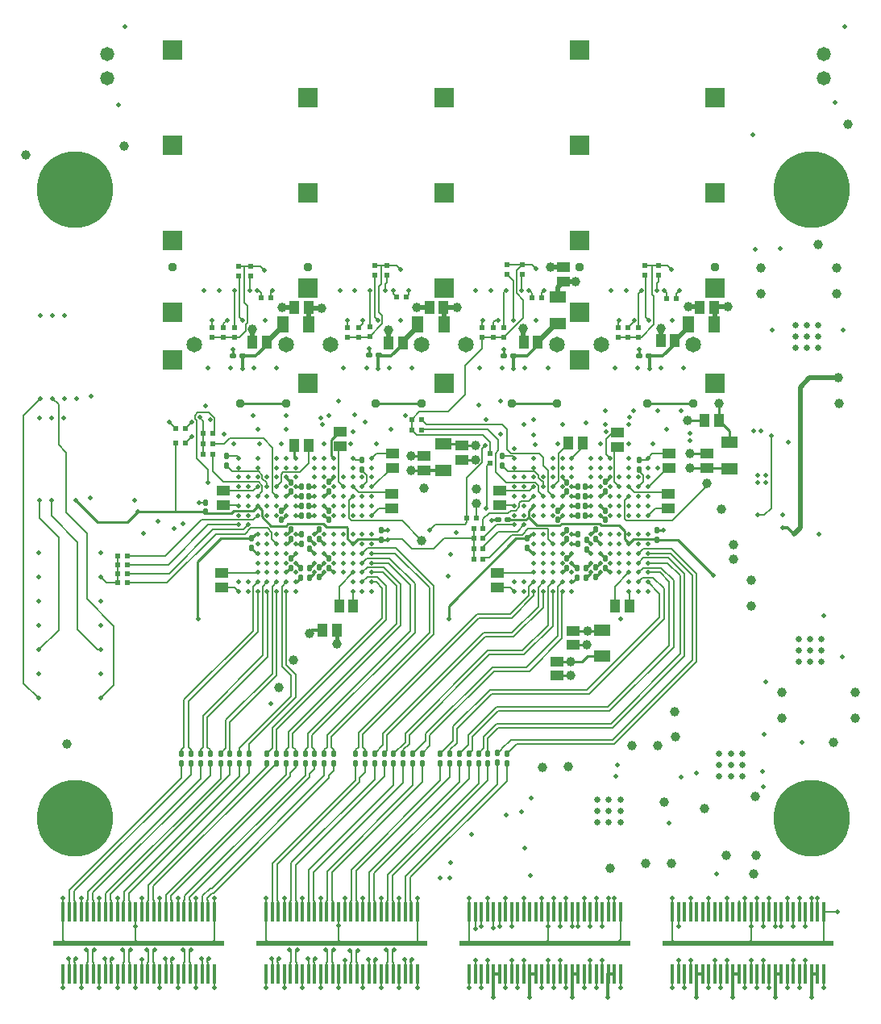
<source format=gbl>
%FSLAX44Y44*%
%MOMM*%
G71*
G01*
G75*
G04 Layer_Physical_Order=8*
G04 Layer_Color=16711680*
%ADD10C,0.2032*%
G04:AMPARAMS|DCode=11|XSize=0.5mm|YSize=0.6mm|CornerRadius=0.125mm|HoleSize=0mm|Usage=FLASHONLY|Rotation=0.000|XOffset=0mm|YOffset=0mm|HoleType=Round|Shape=RoundedRectangle|*
%AMROUNDEDRECTD11*
21,1,0.5000,0.3500,0,0,0.0*
21,1,0.2500,0.6000,0,0,0.0*
1,1,0.2500,0.1250,-0.1750*
1,1,0.2500,-0.1250,-0.1750*
1,1,0.2500,-0.1250,0.1750*
1,1,0.2500,0.1250,0.1750*
%
%ADD11ROUNDEDRECTD11*%
%ADD12R,2.6000X1.1000*%
%ADD13R,0.6000X0.6000*%
G04:AMPARAMS|DCode=14|XSize=0.5mm|YSize=0.6mm|CornerRadius=0.125mm|HoleSize=0mm|Usage=FLASHONLY|Rotation=270.000|XOffset=0mm|YOffset=0mm|HoleType=Round|Shape=RoundedRectangle|*
%AMROUNDEDRECTD14*
21,1,0.5000,0.3500,0,0,270.0*
21,1,0.2500,0.6000,0,0,270.0*
1,1,0.2500,-0.1750,-0.1250*
1,1,0.2500,-0.1750,0.1250*
1,1,0.2500,0.1750,0.1250*
1,1,0.2500,0.1750,-0.1250*
%
%ADD14ROUNDEDRECTD14*%
%ADD15R,1.1000X1.3500*%
%ADD16R,0.6000X0.6000*%
%ADD17R,1.0000X1.4000*%
%ADD18R,1.4000X1.0000*%
%ADD19R,1.4000X1.1000*%
%ADD20R,1.1500X1.8000*%
%ADD21R,0.9500X0.3500*%
%ADD22R,0.3500X0.9500*%
%ADD23R,3.3000X3.3000*%
%ADD24R,0.6000X1.8000*%
%ADD25R,0.5000X2.0000*%
%ADD26R,1.6000X1.6000*%
%ADD27R,0.2800X0.8000*%
%ADD28R,0.8000X0.2800*%
%ADD29R,1.1000X1.4000*%
%ADD30R,1.1500X1.7000*%
%ADD31R,3.3000X3.3000*%
%ADD32R,1.1000X2.6000*%
%ADD33R,1.7000X1.1500*%
%ADD34C,0.4500*%
%ADD35C,1.0000*%
%ADD36R,12.0500X2.0000*%
%ADD37R,1.8000X1.8000*%
%ADD38R,3.6800X1.2700*%
%ADD39C,0.1270*%
%ADD40C,0.2540*%
%ADD41C,0.5080*%
%ADD42C,0.1524*%
%ADD43C,0.3048*%
%ADD44C,0.5000*%
%ADD45C,0.3810*%
%ADD46C,1.6500*%
%ADD47C,1.4732*%
%ADD48C,0.9500*%
%ADD49R,2.0000X2.0000*%
%ADD50C,8.0000*%
%ADD51C,0.4928*%
%ADD52C,0.6600*%
%ADD53C,0.5080*%
%ADD54C,1.0160*%
%ADD55C,1.0080*%
%ADD56C,2.0580*%
%ADD57C,2.0320*%
%ADD58C,1.4580*%
%ADD59C,1.5580*%
%ADD60C,1.6764*%
%ADD61C,4.3180*%
%ADD62C,0.7620*%
%ADD63C,0.1000*%
%ADD64C,0.1016*%
%ADD65C,0.8380*%
%ADD66C,1.2700*%
%ADD67R,0.4064X2.1590*%
%ADD68R,18.0340X0.5080*%
D10*
X193446Y553540D02*
X200756D01*
X574553Y410574D02*
Y459553D01*
X540407Y376428D02*
X574553Y410574D01*
X503174Y376428D02*
X540407D01*
X570230Y413251D02*
Y465230D01*
X537725Y380746D02*
X570230Y413251D01*
X501385Y380746D02*
X537725D01*
X410639Y136079D02*
Y161221D01*
X507000Y257583D01*
Y280000D01*
X517000Y261476D02*
Y280000D01*
X415769Y160245D02*
X517000Y261476D01*
X415769Y136079D02*
Y160245D01*
X410029Y135469D02*
X410639Y136079D01*
X410029Y123571D02*
Y135469D01*
X416379Y123571D02*
Y135469D01*
X415769Y136079D02*
X416379Y135469D01*
X659698Y504698D02*
X690129D01*
X655000Y500000D02*
X659698Y504698D01*
X690129D02*
X716280Y478547D01*
X665000Y500000D02*
X688720D01*
X711962Y476758D01*
X517000Y290000D02*
X526974Y299974D01*
X627792Y304292D02*
X711962Y388462D01*
Y476758D01*
X526974Y299974D02*
X629974D01*
X716280Y386280D01*
Y478547D01*
X511231Y294569D02*
X520954Y304292D01*
X627792D01*
X511231Y294231D02*
Y294569D01*
X507000Y290000D02*
X511231Y294231D01*
X290000Y360999D02*
Y372000D01*
Y350000D02*
Y360999D01*
X280416Y381584D02*
X290000Y372000D01*
X280416Y381584D02*
Y465416D01*
X236000Y296000D02*
X290000Y350000D01*
X236000Y290000D02*
Y296000D01*
X246000Y290000D02*
Y300000D01*
X295000Y349000D01*
Y372734D01*
X284734Y383000D02*
X295000Y372734D01*
X284734Y383000D02*
Y459734D01*
X250190Y465190D02*
X255000Y470000D01*
X250190Y418857D02*
Y465190D01*
X177841Y346508D02*
X250190Y418857D01*
X260504Y465504D02*
X265000Y470000D01*
X260504Y393328D02*
Y465504D01*
Y393328D02*
X260858Y392974D01*
X197841Y329957D02*
X260858Y392974D01*
X270510Y373899D02*
Y458125D01*
X270504Y458131D02*
X270510Y458125D01*
X270504Y458131D02*
Y465504D01*
X221682Y325071D02*
X270510Y373899D01*
X270504Y465504D02*
X275000Y470000D01*
X539750Y455930D02*
Y464750D01*
X520446Y436626D02*
X539750Y455930D01*
X485545Y436626D02*
X520446D01*
X521716Y432308D02*
X545000Y455592D01*
X487333Y432308D02*
X521716D01*
X655000Y470000D02*
X659496Y474496D01*
X670283D01*
X681736Y463042D01*
X660301Y495300D02*
X686319D01*
X655000Y490000D02*
X660301Y495300D01*
X686319D02*
X703072Y478547D01*
X570230Y465230D02*
X575000Y470000D01*
X574734Y459734D02*
X575000Y460000D01*
X564828Y459828D02*
X565000Y460000D01*
X555000D02*
X555176Y459823D01*
X545000Y460000D02*
X545524Y459476D01*
X703072Y392572D02*
Y478547D01*
X627746Y317246D02*
X703072Y392572D01*
X508000Y317246D02*
X627746D01*
X698754Y394432D02*
Y476758D01*
X625886Y321564D02*
X698754Y394432D01*
X506211Y321564D02*
X625886D01*
X196669Y135634D02*
X197279Y136244D01*
X295119Y136079D02*
X295729Y135469D01*
Y123571D02*
Y135469D01*
X289379D02*
X289989Y136079D01*
X289379Y123571D02*
Y135469D01*
X314169Y136079D02*
X314779Y135469D01*
Y123571D02*
Y135469D01*
X308429D02*
X309039Y136079D01*
X308429Y123571D02*
Y135469D01*
X202409Y136244D02*
X203019Y135634D01*
Y123571D02*
Y135634D01*
X196669Y123571D02*
Y135634D01*
X114729Y71309D02*
Y82652D01*
X62709Y73000D02*
X64132Y74422D01*
X56156D02*
X57579Y73000D01*
X62709Y71309D02*
Y73000D01*
Y71309D02*
X63319Y70699D01*
Y58801D02*
Y70699D01*
X57579Y71309D02*
Y73000D01*
X56969Y70699D02*
X57579Y71309D01*
X56969Y58801D02*
Y70699D01*
X81759Y82398D02*
X83182Y83820D01*
X75206D02*
X76629Y82398D01*
X81759Y71309D02*
Y82398D01*
Y71309D02*
X82369Y70699D01*
Y58801D02*
Y70699D01*
X76629Y71309D02*
Y82398D01*
X76019Y70699D02*
X76629Y71309D01*
X76019Y58801D02*
Y70699D01*
X100809Y73000D02*
X102232Y74422D01*
X94256D02*
X95679Y73000D01*
X100809Y71309D02*
Y73000D01*
Y71309D02*
X101419Y70699D01*
Y58801D02*
Y70699D01*
X95679Y71309D02*
Y73000D01*
X95069Y70699D02*
X95679Y71309D01*
X95069Y58801D02*
Y70699D01*
X119859Y82652D02*
X121282Y84074D01*
X113306D02*
X114729Y82652D01*
X119859Y71309D02*
Y82652D01*
Y71309D02*
X120469Y70699D01*
Y58801D02*
Y70699D01*
X114119D02*
X114729Y71309D01*
X114119Y58801D02*
Y70699D01*
X202409Y73000D02*
X203832Y74422D01*
X195856D02*
X197279Y73000D01*
X202409Y71309D02*
Y73000D01*
Y71309D02*
X203019Y70699D01*
Y58801D02*
Y70699D01*
X197279Y71309D02*
Y73000D01*
X196669Y70699D02*
X197279Y71309D01*
X196669Y58801D02*
Y70699D01*
X183359Y82398D02*
X184782Y83820D01*
X176806D02*
X178229Y82398D01*
X183359Y71309D02*
Y82398D01*
Y71309D02*
X183969Y70699D01*
Y58801D02*
Y70699D01*
X178229Y71309D02*
Y82398D01*
X177619Y70699D02*
X178229Y71309D01*
X177619Y58801D02*
Y70699D01*
X164309Y73000D02*
X165732Y74422D01*
X157756D02*
X159179Y73000D01*
X164309Y71309D02*
Y73000D01*
Y71309D02*
X164919Y70699D01*
Y58801D02*
Y70699D01*
X159179Y71309D02*
Y73000D01*
X158569Y70699D02*
X159179Y71309D01*
X158569Y58801D02*
Y70699D01*
X145259Y82652D02*
X146682Y84074D01*
X138706D02*
X140129Y82652D01*
X145259Y71309D02*
Y82652D01*
Y71309D02*
X145869Y70699D01*
Y58801D02*
Y70699D01*
X140129Y71309D02*
Y82652D01*
X139519Y70699D02*
X140129Y71309D01*
X139519Y58801D02*
Y70699D01*
X270329Y58801D02*
Y70699D01*
X270939Y71309D01*
Y73000D01*
X276679Y58801D02*
Y70699D01*
X276069Y71309D02*
X276679Y70699D01*
X276069Y71309D02*
Y73000D01*
X269516Y74422D02*
X270939Y73000D01*
X276069D02*
X277492Y74422D01*
X289379Y58801D02*
Y70699D01*
X289989Y71309D01*
Y82398D01*
X295729Y58801D02*
Y70699D01*
X295119Y71309D02*
X295729Y70699D01*
X295119Y71309D02*
Y82398D01*
X288566Y83820D02*
X289989Y82398D01*
X295119D02*
X296542Y83820D01*
X308429Y58801D02*
Y70699D01*
X309039Y71309D01*
Y73000D01*
X314779Y58801D02*
Y70699D01*
X314169Y71309D02*
X314779Y70699D01*
X314169Y71309D02*
Y73000D01*
X307616Y74422D02*
X309039Y73000D01*
X314169D02*
X315592Y74422D01*
X327479Y58801D02*
Y70699D01*
X328089Y71309D01*
Y82398D01*
X333829Y58801D02*
Y70699D01*
X333219Y71309D02*
X333829Y70699D01*
X333219Y71309D02*
Y82398D01*
X326666Y83820D02*
X328089Y82398D01*
X333219D02*
X334642Y83820D01*
X410029Y58801D02*
Y70699D01*
X410639Y71309D01*
Y72746D01*
X416379Y58801D02*
Y70699D01*
X415769Y71309D02*
X416379Y70699D01*
X415769Y71309D02*
Y72746D01*
X409216Y74168D02*
X410639Y72746D01*
X415769D02*
X417192Y74168D01*
X101419Y123571D02*
Y135634D01*
X100809Y136244D02*
X101419Y135634D01*
X82369Y123571D02*
Y135634D01*
X81759Y136244D02*
X82369Y135634D01*
X62709Y135869D02*
X62944Y135634D01*
X63319Y123571D02*
Y135634D01*
X62944D02*
X63319D01*
X56969Y123571D02*
Y135634D01*
X57579Y136244D01*
X76019Y123571D02*
Y135634D01*
X76629Y136244D01*
X371929Y123571D02*
Y135469D01*
X372539Y136079D01*
X378279Y123571D02*
Y135469D01*
X377669Y136079D02*
X378279Y135469D01*
X390979Y123571D02*
Y135469D01*
X391589Y136079D01*
X352879Y58801D02*
Y70699D01*
X353489Y71309D01*
Y82144D01*
X359229Y58801D02*
Y70699D01*
X358619Y71309D02*
X359229Y70699D01*
X358619Y71309D02*
Y82144D01*
X352066Y83566D02*
X353489Y82144D01*
X358619D02*
X360042Y83566D01*
X371929Y58801D02*
Y70699D01*
X372539Y71309D01*
Y72746D01*
X378279Y58801D02*
Y70699D01*
X377669Y71309D02*
X378279Y70699D01*
X377669Y71309D02*
Y72746D01*
X371116Y74168D02*
X372539Y72746D01*
X377669D02*
X379092Y74168D01*
X390979Y58801D02*
Y70699D01*
X391589Y71309D01*
Y82398D01*
X397329Y58801D02*
Y70699D01*
X396719Y71309D02*
X397329Y70699D01*
X396719Y71309D02*
Y82398D01*
X390166Y83820D02*
X391589Y82398D01*
X396719D02*
X398142Y83820D01*
X352879Y135469D02*
X353489Y136079D01*
X352879Y123571D02*
Y135469D01*
X358619Y136079D02*
X359229Y135469D01*
Y123571D02*
Y135469D01*
X397329Y123571D02*
Y135469D01*
X396719Y136079D02*
X397329Y135469D01*
X276069Y136079D02*
Y143764D01*
Y136079D02*
X276679Y135469D01*
Y123571D02*
Y135469D01*
X270329Y123571D02*
Y135469D01*
X270939Y136079D01*
Y145889D01*
X333829Y123571D02*
Y134801D01*
X333248Y135382D02*
X333829Y134801D01*
X327479Y123571D02*
Y134693D01*
X328168Y135382D01*
X177619Y135634D02*
X178229Y136244D01*
X177619Y123571D02*
Y135634D01*
X178308Y136323D01*
X183969Y123571D02*
Y135634D01*
X164919Y123571D02*
Y135634D01*
X164309Y136244D02*
X164919Y135634D01*
X158569Y123571D02*
Y135634D01*
X159179Y136244D01*
X145869Y123571D02*
Y135634D01*
X145259Y136244D02*
X145869Y135634D01*
X183359Y136244D02*
X183969Y135634D01*
X139519Y123571D02*
Y135201D01*
X140208Y135890D01*
X95069Y135634D02*
X95679Y136244D01*
X95069Y123571D02*
Y135634D01*
X114119Y123571D02*
Y135469D01*
X114729Y136079D01*
X120469Y123571D02*
Y135469D01*
X119859Y136079D02*
X120469Y135469D01*
X175000Y280000D02*
X175006Y279994D01*
X295000Y275188D02*
Y280000D01*
X57579Y136244D02*
Y146733D01*
X175006Y264160D01*
Y279994D01*
X62709Y135869D02*
Y145757D01*
X185000Y268048D01*
Y280000D01*
X76629Y136244D02*
Y144955D01*
X195000Y263326D01*
Y280000D01*
X81759Y136244D02*
Y143979D01*
X205000Y267220D01*
Y280000D01*
X95679Y136244D02*
Y143431D01*
X216000Y263752D01*
Y280000D01*
X100809Y136244D02*
Y142455D01*
X226000Y267645D01*
Y280000D01*
X119859Y136079D02*
Y143735D01*
X246000Y269876D01*
Y280000D01*
X236000Y265983D02*
Y280000D01*
X114729Y144711D02*
X236000Y265983D01*
X114729Y136079D02*
Y144711D01*
X145259Y136244D02*
Y150593D01*
X274666Y280000D01*
X275000D01*
X265000Y276441D02*
Y280000D01*
X140208Y151649D02*
X265000Y276441D01*
X140208Y135890D02*
Y151649D01*
X159179Y136244D02*
Y141907D01*
X285000Y267728D01*
Y280000D01*
X164309Y136244D02*
Y140931D01*
X289318Y265940D01*
Y269506D01*
X295000Y275188D01*
X315000Y274112D02*
Y280000D01*
X178308Y136323D02*
Y140462D01*
X305000Y267154D01*
Y280000D01*
X183359Y136244D02*
Y139407D01*
X309318Y265366D01*
Y268430D01*
X315000Y274112D01*
X368000Y270000D02*
Y280000D01*
X270967Y146304D02*
Y174701D01*
X358000Y261734D01*
Y280000D01*
X276098Y143793D02*
Y173725D01*
X362318Y259946D01*
Y264318D01*
X368000Y270000D01*
X408000Y259000D02*
Y280000D01*
X314169Y136079D02*
Y165169D01*
X408000Y259000D01*
X398000Y257000D02*
Y280000D01*
X309039Y136079D02*
Y168039D01*
X398000Y257000D01*
X333248Y135382D02*
Y165608D01*
X428000Y260360D01*
Y280000D01*
X418000Y256467D02*
Y280000D01*
X328168Y166635D02*
X418000Y256467D01*
X328168Y135382D02*
Y166635D01*
X358619Y136079D02*
Y167103D01*
X457000Y265484D01*
Y280000D01*
X447000Y261591D02*
Y280000D01*
X353489Y168079D02*
X447000Y261591D01*
X353489Y136079D02*
Y168079D01*
X377669Y136079D02*
Y164563D01*
X477000Y263894D01*
Y280000D01*
X467000Y260001D02*
Y280000D01*
X372539Y165539D02*
X467000Y260001D01*
X372539Y136079D02*
Y165539D01*
X396719Y136079D02*
Y162023D01*
X497000Y262304D01*
Y280000D01*
X487000Y258411D02*
Y280000D01*
X391589Y162999D02*
X487000Y258411D01*
X391589Y136079D02*
Y162999D01*
X175000Y290000D02*
Y293711D01*
X177841Y296552D01*
X185000Y290000D02*
Y293711D01*
X182159Y296552D02*
X185000Y293711D01*
X221682Y295682D02*
Y325071D01*
X216000Y290000D02*
X221682Y295682D01*
X226000Y290000D02*
Y323282D01*
X274828Y372110D01*
X195000Y290000D02*
Y293711D01*
X197841Y296552D01*
X205000Y290000D02*
Y293711D01*
X202159Y296552D02*
X205000Y293711D01*
X202159Y296552D02*
Y328168D01*
X265176Y391185D01*
X197841Y296552D02*
Y329957D01*
X177841Y296552D02*
Y346508D01*
X182159Y296552D02*
Y344719D01*
X255524Y418084D01*
Y459476D01*
X255000Y460000D02*
X255524Y459476D01*
X265176Y391185D02*
Y459823D01*
X265000Y460000D02*
X265176Y459823D01*
X274828Y372110D02*
Y459828D01*
X275000Y460000D01*
X284734Y459734D02*
X285000Y460000D01*
X280416Y465416D02*
X285000Y470000D01*
X365000Y500000D02*
X370461Y505460D01*
X365000Y490000D02*
X370047Y495046D01*
X365000Y480000D02*
X370140Y485140D01*
X365000Y470000D02*
X370234Y475234D01*
X370047Y495046D02*
X393457D01*
X370140Y485140D02*
X387615D01*
X370234Y475234D02*
X381000D01*
X270682Y295682D02*
Y316921D01*
X265000Y290000D02*
X270682Y295682D01*
Y316921D02*
X386080Y432319D01*
X275000Y290000D02*
Y315132D01*
X390398Y430530D01*
X285000Y290000D02*
Y293711D01*
X287841Y296552D01*
X295000Y290000D02*
Y293711D01*
X292159Y296552D02*
X295000Y293711D01*
X287841Y296552D02*
Y312998D01*
X400812Y425969D01*
X292159Y296552D02*
Y311209D01*
X405130Y424180D01*
X305000Y290000D02*
Y293711D01*
X307841Y296552D01*
X315000Y290000D02*
Y293711D01*
X312159Y296552D02*
X315000Y293711D01*
X312159Y296552D02*
Y309118D01*
X420116Y417075D01*
X307841Y310907D02*
X415798Y418863D01*
X307841Y296552D02*
Y310907D01*
X325000Y290000D02*
Y293711D01*
X327841Y296552D01*
X335000Y290000D02*
Y293711D01*
X332159Y296552D02*
X335000Y293711D01*
X332159Y296552D02*
Y307340D01*
X439674Y414855D01*
X327841Y309129D02*
X435356Y416643D01*
X327841Y296552D02*
Y309129D01*
X435356Y416643D02*
Y464312D01*
X439674Y414855D02*
Y466101D01*
X415798Y418863D02*
Y466598D01*
X420116Y417075D02*
Y468387D01*
X393457Y495046D02*
X420116Y468387D01*
X387615Y485140D02*
X405130Y467625D01*
X400812Y425969D02*
Y465836D01*
X405130Y424180D02*
Y467625D01*
X375000Y470000D02*
X379884D01*
X386080Y432319D02*
Y463804D01*
X379884Y470000D02*
X386080Y463804D01*
X381000Y475234D02*
X390398Y465836D01*
Y430530D02*
Y465836D01*
X386648Y480000D02*
X400812Y465836D01*
X375000Y480000D02*
X386648D01*
X392396Y490000D02*
X415798Y466598D01*
X375000Y490000D02*
X392396D01*
X399668Y500000D02*
X435356Y464312D01*
X375000Y500000D02*
X399668D01*
X370461Y505460D02*
X400315D01*
X439674Y466101D01*
X358000Y290000D02*
Y293711D01*
X360841Y296552D01*
X368000Y290000D02*
Y293711D01*
X365159Y296552D02*
X368000Y293711D01*
X365159Y296552D02*
Y310134D01*
X487333Y432308D01*
X360841Y311923D02*
X485545Y436626D01*
X360841Y296552D02*
Y311923D01*
X388000Y290000D02*
X391193Y293193D01*
Y309405D01*
X386875Y298875D02*
Y311194D01*
X492241Y416560D02*
X521970D01*
X391193Y309405D02*
X494030Y412242D01*
X378000Y290000D02*
X386875Y298875D01*
Y311194D02*
X492241Y416560D01*
X408000Y290000D02*
Y293711D01*
X414274Y299985D01*
Y309626D01*
X498602Y393954D01*
X409956Y311415D02*
X496813Y398272D01*
X398000Y290000D02*
X409956Y301956D01*
Y311415D01*
X436118Y298118D02*
Y309372D01*
X503174Y376428D01*
X431800Y311161D02*
X501385Y380746D01*
X428000Y290000D02*
X436118Y298118D01*
X418000Y290000D02*
X431800Y303800D01*
Y311161D01*
X457000Y290000D02*
Y293711D01*
X464312Y301023D01*
Y316484D01*
X500634Y352806D01*
X459994Y318273D02*
X498845Y357124D01*
X447000Y290000D02*
X459994Y302994D01*
Y318273D01*
X498845Y357124D02*
X601218D01*
X500634Y352806D02*
X603007D01*
X477000Y290000D02*
X480347Y293347D01*
Y307373D01*
X476029Y299029D02*
Y309162D01*
X467000Y290000D02*
X476029Y299029D01*
Y309162D02*
X505957Y339090D01*
X623062D01*
X480347Y307373D02*
X507746Y334772D01*
X624851D01*
X497000Y306246D02*
X508000Y317246D01*
X492682Y295682D02*
Y308035D01*
X497000Y290000D02*
Y306246D01*
X487000Y290000D02*
X492682Y295682D01*
Y308035D02*
X506211Y321564D01*
X685512Y490000D02*
X698754Y476758D01*
X677732Y480000D02*
X687578Y470154D01*
X623062Y339090D02*
X687578Y403606D01*
Y470154D01*
X624851Y334772D02*
X691896Y401817D01*
Y471943D01*
X601218Y357124D02*
X677418Y433324D01*
X603007Y352806D02*
X681736Y431535D01*
X496813Y398272D02*
X533400D01*
X498602Y393954D02*
X535189D01*
X494030Y412242D02*
X523759D01*
X677418Y433324D02*
Y457582D01*
X665000Y470000D02*
X677418Y457582D01*
X681736Y431535D02*
Y463042D01*
X665000Y480000D02*
X677732D01*
X678953Y484886D02*
X691896Y471943D01*
X655000Y480000D02*
X659886Y484886D01*
X678953D01*
X665000Y490000D02*
X685512D01*
X545000Y455592D02*
Y460000D01*
X539750Y464750D02*
X545000Y470000D01*
X523759Y412242D02*
X555000Y443483D01*
Y460000D01*
X521970Y416560D02*
X549656Y444246D01*
Y464656D02*
X555000Y470000D01*
X549656Y444246D02*
Y464656D01*
X535189Y393954D02*
X565000Y423765D01*
Y460000D01*
X533400Y398272D02*
X559816Y424688D01*
Y464816D02*
X565000Y470000D01*
X559816Y424688D02*
Y464816D01*
X574553Y459553D02*
X575000Y460000D01*
X289989Y136079D02*
Y175181D01*
X378000Y263192D01*
Y280000D01*
X295119Y136079D02*
Y173127D01*
X388000Y266008D01*
Y280000D01*
X335000Y272008D02*
Y280000D01*
X325000Y266580D02*
Y280000D01*
X330080Y264476D02*
Y267088D01*
X335000Y272008D01*
X207296Y143361D02*
X208965D01*
X330080Y264476D01*
X205192Y148441D02*
X206861D01*
X325000Y266580D01*
X197279Y140527D02*
X205192Y148441D01*
X202409Y136244D02*
Y138474D01*
X207296Y143361D01*
X197279Y136244D02*
Y140527D01*
D11*
X591244Y539830D02*
D03*
Y549830D02*
D03*
X619946Y484966D02*
D03*
Y494966D02*
D03*
X418000Y280000D02*
D03*
Y290000D02*
D03*
X408000Y280000D02*
D03*
Y290000D02*
D03*
X236000Y280000D02*
D03*
Y290000D02*
D03*
X398000Y280000D02*
D03*
Y290000D02*
D03*
X279908Y535004D02*
D03*
Y545004D02*
D03*
X185000Y280000D02*
D03*
Y290000D02*
D03*
X447000Y280000D02*
D03*
Y290000D02*
D03*
X579882Y484966D02*
D03*
Y494966D02*
D03*
X384770Y524176D02*
D03*
Y514176D02*
D03*
X598864Y539830D02*
D03*
Y549830D02*
D03*
X315000Y280000D02*
D03*
Y290000D02*
D03*
X487000Y280000D02*
D03*
Y290000D02*
D03*
X512000Y602000D02*
D03*
Y592000D02*
D03*
X289814Y514938D02*
D03*
Y524938D02*
D03*
X590482Y474806D02*
D03*
Y484806D02*
D03*
X467000Y280000D02*
D03*
Y290000D02*
D03*
X320061Y475060D02*
D03*
Y485060D02*
D03*
X329946Y484966D02*
D03*
Y494966D02*
D03*
X265000Y280000D02*
D03*
Y290000D02*
D03*
X579814Y574722D02*
D03*
Y564722D02*
D03*
X329946Y535004D02*
D03*
Y545004D02*
D03*
X378000Y280000D02*
D03*
Y290000D02*
D03*
X289966Y484966D02*
D03*
Y494966D02*
D03*
X305000Y280000D02*
D03*
Y290000D02*
D03*
X308864Y539830D02*
D03*
Y549830D02*
D03*
X517000Y290000D02*
D03*
Y280000D02*
D03*
X506984Y290322D02*
D03*
Y280322D02*
D03*
X308864Y570150D02*
D03*
Y560150D02*
D03*
X538000Y506000D02*
D03*
Y516000D02*
D03*
X591498Y570150D02*
D03*
Y560150D02*
D03*
X226000Y280000D02*
D03*
Y290000D02*
D03*
X221960Y602000D02*
D03*
Y592000D02*
D03*
X289814Y574722D02*
D03*
Y564722D02*
D03*
X301244Y570150D02*
D03*
Y560150D02*
D03*
X325000Y280000D02*
D03*
Y290000D02*
D03*
X388000Y280000D02*
D03*
Y290000D02*
D03*
X368000Y280000D02*
D03*
Y290000D02*
D03*
X335000Y280000D02*
D03*
Y290000D02*
D03*
X609939Y514938D02*
D03*
Y524938D02*
D03*
X320120Y515120D02*
D03*
Y525120D02*
D03*
X275000Y280000D02*
D03*
Y290000D02*
D03*
X610040Y475060D02*
D03*
Y485060D02*
D03*
X246000Y280000D02*
D03*
Y290000D02*
D03*
X358000Y280000D02*
D03*
Y290000D02*
D03*
X497000Y280000D02*
D03*
Y290000D02*
D03*
X216000Y280000D02*
D03*
Y290000D02*
D03*
X569908Y535004D02*
D03*
Y545004D02*
D03*
X619946Y575230D02*
D03*
Y565230D02*
D03*
X309880Y474806D02*
D03*
Y484806D02*
D03*
X579882Y514764D02*
D03*
Y524764D02*
D03*
X619946Y535004D02*
D03*
Y545004D02*
D03*
X300482Y474806D02*
D03*
Y484806D02*
D03*
X285000Y280000D02*
D03*
Y290000D02*
D03*
X300736Y539830D02*
D03*
Y549830D02*
D03*
X674116Y524350D02*
D03*
Y514350D02*
D03*
X600541Y514176D02*
D03*
Y504176D02*
D03*
X195000Y280000D02*
D03*
Y290000D02*
D03*
X457000Y280000D02*
D03*
Y290000D02*
D03*
X599118Y570150D02*
D03*
Y560150D02*
D03*
X309880Y515120D02*
D03*
Y505120D02*
D03*
X329946Y575230D02*
D03*
Y565230D02*
D03*
X591244Y510112D02*
D03*
Y520112D02*
D03*
X205000Y280000D02*
D03*
Y290000D02*
D03*
X300990Y510112D02*
D03*
Y520112D02*
D03*
X428000Y280000D02*
D03*
Y290000D02*
D03*
X477000Y280000D02*
D03*
Y290000D02*
D03*
X295000Y280000D02*
D03*
Y290000D02*
D03*
X599880Y474806D02*
D03*
Y484806D02*
D03*
X175000Y280000D02*
D03*
Y290000D02*
D03*
X656000Y598000D02*
D03*
Y588000D02*
D03*
X200756Y553500D02*
D03*
Y543500D02*
D03*
X248226Y505542D02*
D03*
Y515542D02*
D03*
X365000Y598000D02*
D03*
Y588000D02*
D03*
D13*
X118000Y497000D02*
D03*
X108000D02*
D03*
X482000Y505000D02*
D03*
X492000D02*
D03*
X482000Y526000D02*
D03*
X492000D02*
D03*
Y516000D02*
D03*
X482000D02*
D03*
X118000Y469000D02*
D03*
X108000D02*
D03*
X198000Y615000D02*
D03*
X208000D02*
D03*
X198000Y626000D02*
D03*
X208000D02*
D03*
X426826Y640588D02*
D03*
X416826D02*
D03*
X426826Y629588D02*
D03*
X416826D02*
D03*
X553000Y768000D02*
D03*
X543000D02*
D03*
X475000Y537000D02*
D03*
X485000D02*
D03*
X169000Y630696D02*
D03*
X179000D02*
D03*
X411000Y769000D02*
D03*
X401000D02*
D03*
X208000Y604000D02*
D03*
X198000D02*
D03*
X108000Y488000D02*
D03*
X118000D02*
D03*
Y479000D02*
D03*
X108000D02*
D03*
X685000Y767000D02*
D03*
X695000D02*
D03*
X169000Y615570D02*
D03*
X179000D02*
D03*
X482000Y494000D02*
D03*
X492000D02*
D03*
X259000Y768000D02*
D03*
X269000D02*
D03*
D14*
X382000Y708000D02*
D03*
X372000D02*
D03*
X666000Y707000D02*
D03*
X656000D02*
D03*
X508000Y535000D02*
D03*
X518000D02*
D03*
X239000Y707000D02*
D03*
X229000D02*
D03*
X524000D02*
D03*
X514000D02*
D03*
D16*
X499000Y605000D02*
D03*
Y595000D02*
D03*
X207000Y737000D02*
D03*
Y727000D02*
D03*
X361000D02*
D03*
Y737000D02*
D03*
X644000Y727000D02*
D03*
Y737000D02*
D03*
X503000Y727000D02*
D03*
Y737000D02*
D03*
X655000Y727000D02*
D03*
Y737000D02*
D03*
X676000Y792000D02*
D03*
Y802000D02*
D03*
X491000Y737000D02*
D03*
Y727000D02*
D03*
X662000Y802000D02*
D03*
Y792000D02*
D03*
X349000Y737000D02*
D03*
Y727000D02*
D03*
X373000Y738000D02*
D03*
Y728000D02*
D03*
X514000Y737000D02*
D03*
Y727000D02*
D03*
X634000Y737000D02*
D03*
Y727000D02*
D03*
X391000Y792000D02*
D03*
Y802000D02*
D03*
X378000D02*
D03*
Y792000D02*
D03*
X533000Y793000D02*
D03*
Y803000D02*
D03*
X235000Y801000D02*
D03*
Y791000D02*
D03*
X219000Y727000D02*
D03*
Y737000D02*
D03*
X248000Y791000D02*
D03*
Y801000D02*
D03*
X231000Y727000D02*
D03*
Y737000D02*
D03*
X517000Y803000D02*
D03*
Y793000D02*
D03*
D19*
X469754Y613154D02*
D03*
Y598154D02*
D03*
X569214Y386722D02*
D03*
Y371722D02*
D03*
X507000Y464500D02*
D03*
Y479500D02*
D03*
X219000Y550500D02*
D03*
Y565500D02*
D03*
X576000Y785500D02*
D03*
Y800500D02*
D03*
X217000Y464500D02*
D03*
Y479500D02*
D03*
X342000Y627500D02*
D03*
Y612500D02*
D03*
X396000Y547500D02*
D03*
Y562500D02*
D03*
X397000Y604500D02*
D03*
Y589500D02*
D03*
X727040Y589896D02*
D03*
Y604896D02*
D03*
X686000Y547500D02*
D03*
Y562500D02*
D03*
X509000Y550500D02*
D03*
Y565500D02*
D03*
X633000Y626500D02*
D03*
Y611500D02*
D03*
X586454Y418850D02*
D03*
Y403850D02*
D03*
X430130Y587232D02*
D03*
Y602232D02*
D03*
X687000Y604500D02*
D03*
Y589500D02*
D03*
D29*
X596500Y616000D02*
D03*
X581500D02*
D03*
X293500Y613000D02*
D03*
X308500D02*
D03*
X407500Y721000D02*
D03*
X392500D02*
D03*
X323520Y419100D02*
D03*
X338520D02*
D03*
X264500Y722000D02*
D03*
X249500D02*
D03*
X355500Y445000D02*
D03*
X340500D02*
D03*
X549500Y722000D02*
D03*
X534500D02*
D03*
X308500Y758000D02*
D03*
X293500D02*
D03*
X693500Y723000D02*
D03*
X678500D02*
D03*
X450500Y758000D02*
D03*
X435500D02*
D03*
X734500D02*
D03*
X719500D02*
D03*
X739782Y639370D02*
D03*
X724782D02*
D03*
X645500Y445000D02*
D03*
X630500D02*
D03*
D30*
X707250Y740000D02*
D03*
X734750D02*
D03*
X281250D02*
D03*
X308750D02*
D03*
X423250D02*
D03*
X450750D02*
D03*
D33*
X449933Y587147D02*
D03*
Y614647D02*
D03*
X750916Y588980D02*
D03*
Y616480D02*
D03*
X617188Y419766D02*
D03*
Y392266D02*
D03*
X570000Y741250D02*
D03*
Y768750D02*
D03*
D35*
X875000Y950000D02*
D03*
X625000Y170000D02*
D03*
X55000Y300000D02*
D03*
X115000Y927000D02*
D03*
X427482Y513334D02*
D03*
X860298Y302006D02*
D03*
X682000Y239000D02*
D03*
X726948Y573786D02*
D03*
X775716Y163830D02*
D03*
X843534Y824230D02*
D03*
X865162Y684060D02*
D03*
X783628Y799630D02*
D03*
Y772630D02*
D03*
X863482Y772550D02*
D03*
X863388Y799550D02*
D03*
X865416Y657060D02*
D03*
X11478Y918000D02*
D03*
X754770Y494150D02*
D03*
Y509150D02*
D03*
X742050Y546608D02*
D03*
X739782Y657306D02*
D03*
X706846Y639370D02*
D03*
X709104Y604896D02*
D03*
Y589896D02*
D03*
X583918Y371722D02*
D03*
Y386722D02*
D03*
X601158Y403850D02*
D03*
X601258Y418750D02*
D03*
X430022Y568514D02*
D03*
X485068Y552316D02*
D03*
Y567316D02*
D03*
X483652Y613154D02*
D03*
Y598154D02*
D03*
X416232Y587232D02*
D03*
Y602232D02*
D03*
X338498Y405270D02*
D03*
X309350Y415946D02*
D03*
X277000Y359000D02*
D03*
X293000Y388000D02*
D03*
X773500Y471500D02*
D03*
Y444500D02*
D03*
X806000Y354500D02*
D03*
X883000D02*
D03*
Y327500D02*
D03*
X806000D02*
D03*
X779000Y183000D02*
D03*
X747000D02*
D03*
X724000Y232000D02*
D03*
X689500Y174500D02*
D03*
X662500D02*
D03*
X693420Y334010D02*
D03*
X693614Y307788D02*
D03*
X675500Y298106D02*
D03*
X648500D02*
D03*
X581000Y276000D02*
D03*
X554500Y275500D02*
D03*
X778000Y245000D02*
D03*
X322072Y757428D02*
D03*
X281132Y758190D02*
D03*
X249500Y735000D02*
D03*
X392318Y734640D02*
D03*
X464322Y758018D02*
D03*
X422500Y758000D02*
D03*
X589000Y785500D02*
D03*
X563000Y800500D02*
D03*
X534318Y735640D02*
D03*
X707080Y758586D02*
D03*
X748902Y758604D02*
D03*
X678500Y736000D02*
D03*
D39*
X726948Y570948D02*
Y573786D01*
X570885Y604885D02*
X578000Y612000D01*
X220000Y615000D02*
X226000Y621000D01*
X261000D01*
X270885Y611115D01*
X780170Y540140D02*
X787282D01*
X794274Y547132D01*
Y623554D01*
X416826Y640588D02*
X417773D01*
X416826Y629588D02*
Y640588D01*
X191000Y600000D02*
Y639462D01*
Y600000D02*
X203000Y588000D01*
X203915Y647623D02*
X209623Y641915D01*
X192085Y647623D02*
X203915D01*
X208000Y626000D02*
X209623Y627623D01*
Y641915D01*
X189377Y644915D02*
X192085Y647623D01*
X189377Y641085D02*
Y644915D01*
Y641085D02*
X191000Y639462D01*
X203000Y574000D02*
Y588000D01*
X208000Y615000D02*
X220000D01*
X432414Y635000D02*
X512000D01*
X521000Y605000D02*
X551000D01*
X426826Y640588D02*
X432414Y635000D01*
X512000D02*
X517000Y630000D01*
Y609000D02*
Y630000D01*
Y609000D02*
X521000Y605000D01*
X551000D02*
X555000Y601000D01*
X492000Y624000D02*
X499000Y617000D01*
Y605000D02*
Y617000D01*
X422414Y624000D02*
X492000D01*
X490811Y595189D02*
Y609811D01*
X494000Y613000D01*
X475000Y579378D02*
X490811Y595189D01*
X496000Y592000D02*
X499000Y595000D01*
X416826Y629588D02*
X422414Y624000D01*
X664000Y598000D02*
X666000Y600000D01*
X656000Y598000D02*
X664000D01*
X356000Y600000D02*
X358000Y598000D01*
X365000D01*
X621000Y604001D02*
Y620000D01*
X628000Y627000D01*
X621000Y604001D02*
X625000Y600000D01*
X630000Y607000D02*
X633000Y610000D01*
X630000Y600820D02*
Y607000D01*
X340000Y612000D02*
X341000Y613000D01*
X340000Y575000D02*
Y612000D01*
X578000Y612000D02*
Y613000D01*
X280000Y575000D02*
Y583000D01*
X275000Y570000D02*
X280000Y575000D01*
Y583000D02*
X282000Y585000D01*
X299000D01*
X308500Y594500D01*
Y613000D01*
X426000Y630000D02*
X497000D01*
X508000Y619000D01*
Y617999D02*
Y619000D01*
Y608000D02*
Y617999D01*
X46000Y614000D02*
Y656200D01*
X54000Y543000D02*
X76000Y521000D01*
Y452000D02*
Y521000D01*
Y452000D02*
X104000Y424000D01*
Y361900D02*
Y424000D01*
X39650Y662550D02*
X46000Y656200D01*
Y614000D02*
X54000Y606000D01*
Y543000D02*
Y606000D01*
X90000Y347900D02*
X104000Y361900D01*
X9000Y363900D02*
Y644600D01*
X26950Y662550D01*
X9000Y363900D02*
X25000Y347900D01*
X46000Y419700D02*
Y517000D01*
X25950Y537050D02*
X46000Y517000D01*
X25000Y398700D02*
X46000Y419700D01*
X25950Y537050D02*
Y555550D01*
X87300Y398700D02*
X90000D01*
X66000Y420000D02*
X87300Y398700D01*
X66000Y420000D02*
Y512000D01*
X38650Y539350D02*
X66000Y512000D01*
X38650Y539350D02*
Y555550D01*
X475000Y537000D02*
Y579378D01*
X495000Y547000D02*
X496000Y548000D01*
Y592000D01*
X378000Y748019D02*
X381369Y744650D01*
X378000Y748019D02*
Y792000D01*
X391000Y784000D02*
Y792000D01*
X389369Y782369D02*
X391000Y784000D01*
X389369Y776150D02*
Y782369D01*
X248000Y801000D02*
X248000Y801000D01*
X241000Y801000D02*
X248000D01*
X235000Y801000D02*
X241000D01*
X241000Y763000D02*
Y801000D01*
X241000Y801000D01*
X235492Y748027D02*
Y790508D01*
Y748027D02*
X238869Y744650D01*
X235000Y791000D02*
X235492Y790508D01*
X246869Y789869D02*
X248000Y791000D01*
X246869Y776150D02*
Y789869D01*
X662992Y748027D02*
Y791008D01*
Y748027D02*
X666369Y744650D01*
X662000Y792000D02*
X662992Y791008D01*
X674369Y783369D02*
X676000Y785000D01*
X674369Y776150D02*
Y783369D01*
X676000Y785000D02*
Y792000D01*
X527000Y773000D02*
Y797000D01*
Y773000D02*
X534000Y766000D01*
X527000Y797000D02*
X533000Y803000D01*
X517000Y793000D02*
X523869Y786131D01*
Y744650D02*
Y786131D01*
X531869Y791869D02*
X533000Y793000D01*
X531869Y776150D02*
Y791869D01*
X517000Y803000D02*
X533000D01*
X385000Y802000D02*
X385000Y802000D01*
X378000Y802000D02*
X385000D01*
X385000D02*
X391000D01*
X385000Y802000D02*
X385000Y802000D01*
X385000Y783000D02*
Y802000D01*
X382000Y780000D02*
X385000Y783000D01*
X382000Y753265D02*
Y780000D01*
X690162Y534162D02*
X726948Y570948D01*
X407000Y515000D02*
X417000Y505000D01*
X440000D01*
X451000Y516000D01*
X392000Y515000D02*
X407000D01*
X451000Y516000D02*
X482000D01*
X169000Y543500D02*
Y615570D01*
X482000Y516000D02*
Y526000D01*
Y505000D02*
Y516000D01*
Y494000D02*
Y505000D01*
X179000Y615570D02*
X186000Y622570D01*
X179000Y630696D02*
X186000Y637696D01*
X162000D02*
X169000Y630696D01*
X198000Y626000D02*
Y639000D01*
Y615000D02*
Y626000D01*
Y604000D02*
Y615000D01*
X194000Y643000D02*
X198000Y639000D01*
X108000Y488000D02*
Y497000D01*
Y479000D02*
Y488000D01*
Y469000D02*
Y479000D01*
X265123Y526877D02*
X270000Y522000D01*
X211446Y520446D02*
X241693D01*
X160000Y469000D02*
X211446Y520446D01*
X275000Y510000D02*
Y510000D01*
X270000Y515000D02*
X275000Y510000D01*
X270000Y515000D02*
Y522000D01*
X248123Y526877D02*
X265123D01*
X241693Y520446D02*
X248123Y526877D01*
X208223Y525223D02*
X240222D01*
X162000Y479000D02*
X208223Y525223D01*
X118000Y479000D02*
X162000D01*
X203000Y530000D02*
X235000D01*
X161000Y488000D02*
X203000Y530000D01*
X118000Y488000D02*
X161000D01*
X196000Y535000D02*
X250000D01*
X158000Y497000D02*
X196000Y535000D01*
X118000Y497000D02*
X158000D01*
X240222Y525223D02*
X245000Y530000D01*
X208000Y586000D02*
Y604000D01*
Y615000D02*
X208000Y615000D01*
X270885Y564115D02*
Y611115D01*
Y564115D02*
X275000Y560000D01*
X219000Y575000D02*
X256000D01*
X260000Y571000D01*
Y565000D02*
Y571000D01*
X208000Y586000D02*
X219000Y575000D01*
X255000Y560000D02*
X260000Y565000D01*
X250000Y535000D02*
X255000Y540000D01*
X222000Y592000D02*
X228114Y585885D01*
X532000Y555000D02*
X540000D01*
X518000Y542000D02*
X521000Y545000D01*
X498000Y542000D02*
X518000D01*
X492000Y536000D02*
X498000Y542000D01*
X540000Y555000D02*
X545000Y560000D01*
X530000Y553000D02*
X532000Y555000D01*
X530000Y549000D02*
Y553000D01*
X526000Y545000D02*
X530000Y549000D01*
X521000Y545000D02*
X526000D01*
X492000Y526000D02*
Y536000D01*
Y516000D02*
X506000Y530000D01*
X560000Y565000D02*
Y587000D01*
X555000Y592000D02*
X560000Y587000D01*
X555000Y592000D02*
Y601000D01*
X560000Y565000D02*
X565000Y560000D01*
X505000Y585000D02*
Y605000D01*
Y585000D02*
X516000Y574000D01*
X546885Y574115D02*
X550000Y571000D01*
Y565000D02*
Y571000D01*
X505000Y605000D02*
X508000Y608000D01*
X516000Y574000D02*
X523180D01*
X523295Y574115D01*
X546885D01*
X550000Y565000D02*
X555000Y560000D01*
X539000Y526000D02*
X559000D01*
X532689Y519689D02*
X539000Y526000D01*
X521689Y519689D02*
X532689D01*
X498000Y496000D02*
X521689Y519689D01*
X560000Y515000D02*
X565000Y510000D01*
X560000Y515000D02*
Y525000D01*
X559000Y526000D02*
X560000Y525000D01*
X492000Y496000D02*
X498000D01*
X527999Y523000D02*
X535000Y530000D01*
X508000Y523000D02*
X527999D01*
X492000Y507000D02*
X508000Y523000D01*
X506000Y530000D02*
X525000D01*
X501004Y534420D02*
X501084Y534500D01*
X118000Y469000D02*
X160000D01*
X90000Y474900D02*
X95900Y469000D01*
X108000D01*
X485000Y552248D02*
X485068Y552316D01*
X485000Y537000D02*
Y552248D01*
X485068Y552316D02*
X486000Y551384D01*
X681148Y524858D02*
X681228Y524938D01*
X609939Y514938D02*
X610062D01*
X391842Y524176D02*
X391922Y524256D01*
X672500Y547500D02*
X686000D01*
X665000Y540000D02*
X672500Y547500D01*
X684385Y564115D02*
X686000Y562500D01*
X650885Y564115D02*
X684385D01*
X645000Y570000D02*
X650885Y564115D01*
X665000Y570000D02*
X666000D01*
X685500Y589500D01*
X669500Y604500D02*
X687000D01*
X665000Y600000D02*
X669500Y604500D01*
X660000Y575000D02*
Y582000D01*
X655000Y570000D02*
X660000Y575000D01*
X655000Y587000D02*
X660000Y582000D01*
X645000Y600000D02*
X645000Y600000D01*
X630000Y575000D02*
X635000Y570000D01*
X630000Y575000D02*
Y600820D01*
X585000Y600000D02*
X598500Y613501D01*
X565000Y570000D02*
X570885Y575885D01*
Y604885D01*
X512000Y602000D02*
X523000D01*
X525000Y600000D01*
X512000Y592000D02*
X518115Y585885D01*
X546115D01*
X550000Y582000D01*
X509000Y565500D02*
X540499D01*
X545000Y570000D01*
X509000Y550500D02*
X524500D01*
X525000Y550000D01*
X507000Y464500D02*
X520499D01*
X525000Y460000D01*
X507000Y479500D02*
X544500D01*
X545000Y480000D01*
X645500Y445000D02*
Y459500D01*
X645000Y460000D02*
X645500Y459500D01*
X630500Y445000D02*
Y465499D01*
X645000Y480000D01*
X585000Y460000D02*
X585000Y460000D01*
X295000Y460000D02*
X295000Y460000D01*
X340500Y465499D02*
X355000Y480000D01*
X340500Y445000D02*
Y465499D01*
X355000Y460000D02*
X355500Y459500D01*
Y445000D02*
Y459500D01*
X254500Y479500D02*
X255000Y480000D01*
X217000Y479500D02*
X254500D01*
X230499Y464500D02*
X235000Y460000D01*
X217000Y464500D02*
X230499D01*
X234500Y550500D02*
X235000Y550000D01*
X219000Y550500D02*
X234500D01*
X250499Y565500D02*
X255000Y570000D01*
X219000Y565500D02*
X250499D01*
X256115Y585885D02*
X260000Y582000D01*
X228114Y585885D02*
X256115D01*
X233000Y602000D02*
X235000Y600000D01*
X222000Y602000D02*
X233000D01*
X340000Y575000D02*
X345000Y570000D01*
X355000Y600000D02*
X355000Y600000D01*
X365000Y587000D02*
X370000Y582000D01*
X365000Y570000D02*
X370000Y575000D01*
Y582000D01*
X375000Y600000D02*
X379500Y604500D01*
X397000D01*
X376000Y570000D02*
X395500Y589500D01*
X375000Y570000D02*
X376000D01*
X395500Y589500D02*
X397000D01*
X355000Y570000D02*
X360885Y564115D01*
X394385D01*
X396000Y562500D01*
X375000Y540000D02*
X382500Y547500D01*
X396000D01*
X260000Y578962D02*
Y582000D01*
Y578962D02*
X265000Y573962D01*
Y570000D02*
Y573962D01*
X555000Y570000D02*
Y575554D01*
X553295Y575885D02*
X554669D01*
X555000Y575554D01*
X550000Y579181D02*
X553295Y575885D01*
X550000Y579181D02*
Y582000D01*
X406654Y534162D02*
X427482Y513334D01*
X350774Y536956D02*
X353568Y534162D01*
X350774Y536956D02*
Y555774D01*
X355000Y560000D01*
X353568Y534162D02*
X406654D01*
X642620D02*
X690162D01*
X640334Y536448D02*
X642620Y534162D01*
X640334Y536448D02*
Y555334D01*
X645000Y560000D01*
X254869Y776150D02*
X256360D01*
X259080Y773430D01*
Y768080D02*
Y773430D01*
X259000Y768000D02*
X259080Y768080D01*
X269000Y768000D02*
Y774281D01*
X270869Y776150D01*
X207000Y737000D02*
Y744519D01*
X206869Y744650D02*
X207000Y744519D01*
X219000Y737000D02*
Y740781D01*
X222869Y744650D01*
X242341Y733323D02*
Y739972D01*
X244348Y741979D01*
X241000Y763000D02*
X244348Y759652D01*
X207000Y727000D02*
X236018D01*
X242341Y733323D01*
X244348Y741979D02*
Y759652D01*
X397369Y772631D02*
Y776150D01*
Y772631D02*
X401000Y769000D01*
X231000Y737000D02*
Y776019D01*
X230869Y776150D02*
X231000Y776019D01*
X349000Y737000D02*
Y744281D01*
X349369Y744650D01*
X361000Y737000D02*
X365369Y741369D01*
Y744650D01*
X373000Y738000D02*
X373369Y738369D01*
Y776150D01*
X349000Y727000D02*
X372000D01*
X382000Y753265D02*
X385992Y749273D01*
Y740992D02*
Y749273D01*
X372000Y727000D02*
X385992Y740992D01*
X491000Y737000D02*
Y743781D01*
X491869Y744650D01*
X491000Y727000D02*
X514000D01*
X503000Y737000D02*
Y742522D01*
X505128Y744650D02*
X507869D01*
X503000Y742522D02*
X505128Y744650D01*
X514000Y737000D02*
Y774281D01*
X515869Y776150D01*
X514000Y727000D02*
X534000Y747000D01*
Y766000D01*
X543000Y768000D02*
Y773019D01*
X539869Y776150D02*
X543000Y773019D01*
X634000Y737000D02*
Y744281D01*
X634369Y744650D01*
X644000Y737000D02*
X650369Y743369D01*
Y744650D01*
X634000Y727000D02*
X655000D01*
Y737000D02*
Y772781D01*
X658369Y776150D01*
X655000Y727000D02*
X658090D01*
X670992Y739902D01*
Y769696D01*
X669036Y771652D02*
X670992Y769696D01*
X669036Y801746D02*
X669290Y802000D01*
X669036Y771652D02*
Y801746D01*
X685000Y767000D02*
Y773519D01*
X682369Y776150D02*
X685000Y773519D01*
X533000Y803000D02*
X543200D01*
X547223Y798977D01*
X401200Y802000D02*
X405223Y797977D01*
X391000Y802000D02*
X401200D01*
X258200Y801000D02*
X262223Y796977D01*
X248000Y801000D02*
X258200D01*
X685586Y802000D02*
X689609Y797977D01*
X662000Y802000D02*
X685586D01*
X416826Y640588D02*
X424954Y648716D01*
X473202Y667004D02*
Y697230D01*
X491000Y715028D01*
Y727000D01*
X424954Y648716D02*
X454914D01*
X473202Y667004D01*
X436118Y524764D02*
X441706Y530352D01*
X472714D01*
X475000Y532638D01*
Y537000D01*
D40*
X696468Y514350D02*
X733806Y477012D01*
X674116Y514350D02*
X696468D01*
X456184Y431292D02*
Y445184D01*
X649858Y514858D02*
X673608D01*
X332000Y603000D02*
X335000Y600000D01*
X332000Y603000D02*
Y619000D01*
X340500Y627500D01*
X342000D01*
X293500Y601500D02*
X295000Y600000D01*
X293500Y601500D02*
Y613000D01*
X169000Y543500D02*
X200756D01*
X129000D02*
X169000D01*
X456184Y445184D02*
X526540Y515540D01*
X202050Y542206D02*
X227206D01*
X200756Y543500D02*
X202050Y542206D01*
X250000Y545000D02*
X255000Y550000D01*
X230000Y545000D02*
X250000D01*
X259750Y538533D02*
Y545250D01*
X255000Y550000D02*
X259750Y545250D01*
X227206Y542206D02*
X230000Y545000D01*
X526540Y515540D02*
X538226D01*
X634464Y529536D02*
X640250Y523750D01*
X573905Y531000D02*
X614536D01*
X645000Y510000D02*
Y510500D01*
X640250Y515250D02*
X645000Y510500D01*
X640250Y515250D02*
Y523750D01*
X616000Y529536D02*
X634464D01*
X614536Y531000D02*
X616000Y529536D01*
X548064Y529718D02*
X572623D01*
X539749Y538033D02*
X548064Y529718D01*
X572623D02*
X573905Y531000D01*
X536717Y535000D02*
X539749Y538033D01*
Y544750D01*
X545000Y550000D01*
X518000Y535000D02*
X536717D01*
X500968D02*
X508000D01*
X285000Y529000D02*
X287000Y531000D01*
X269283Y529000D02*
X285000D01*
X259750Y538533D02*
X269283Y529000D01*
X674232Y524358D02*
X681264D01*
X287000Y531000D02*
X324000D01*
X327000Y528000D01*
X348300D01*
X325000Y510000D02*
Y510240D01*
X320120Y515120D02*
X325000Y510240D01*
X315000Y520000D02*
X320120Y525120D01*
X309880Y505120D02*
X315000Y500000D01*
X309880Y515120D02*
X315000Y510000D01*
X610062Y514938D02*
X615000Y510000D01*
X600541Y504176D02*
X604717Y500000D01*
X600541Y514176D02*
X604717Y510000D01*
X605000Y520000D02*
X609176Y524176D01*
X750916Y616480D02*
Y628236D01*
X739782Y639370D02*
X750916Y628236D01*
X739782Y639370D02*
Y657306D01*
X706846Y639370D02*
X724782D01*
X709104Y604896D02*
X727040D01*
X709104Y589896D02*
X727040D01*
X750000D02*
X750916Y588980D01*
X727040Y589896D02*
X750000D01*
X595722Y386722D02*
X601266Y392266D01*
X617188D01*
X583918Y386722D02*
X595722D01*
X569214Y371722D02*
X583918D01*
X569214Y386722D02*
X583918D01*
X586454Y403850D02*
X601158D01*
X586454Y418850D02*
X586554Y418750D01*
X601258D01*
X615156D01*
X469754Y613154D02*
X483652D01*
X469754Y598154D02*
X483652D01*
X416232Y587232D02*
X430130D01*
X416232Y602232D02*
X430130D01*
X468261Y614647D02*
X469754Y613154D01*
X449933Y614647D02*
X468261D01*
X192278Y431292D02*
Y491744D01*
X391842Y514176D02*
X391922Y514256D01*
X384810Y514176D02*
X391842D01*
X384810Y524176D02*
X391842D01*
X255000Y520002D02*
Y520004D01*
X252686Y520002D02*
X255000D01*
X248226Y515542D02*
X252686Y520002D01*
X248226Y505542D02*
X253766Y500002D01*
X543766Y500000D02*
X545000D01*
X538226Y505540D02*
X543766Y500000D01*
X538226Y515540D02*
X542686Y520000D01*
X545000D01*
X620230Y575230D02*
X625000Y580000D01*
X619946Y575230D02*
X620230D01*
X330230D02*
X335000Y580000D01*
X329946Y575230D02*
X330230D01*
X585149Y560150D02*
X591498D01*
X585000Y560000D02*
X585149Y560150D01*
Y570150D02*
X591498D01*
X585000Y570000D02*
X585149Y570150D01*
X598864D02*
X604851D01*
X605000Y570000D01*
X598864Y560150D02*
X604851D01*
X605000Y560000D01*
X615000D02*
Y560284D01*
X619946Y565230D01*
X615000Y550000D02*
X619946Y545055D01*
Y545004D02*
Y545055D01*
X615000Y539950D02*
Y540000D01*
Y539950D02*
X619946Y535004D01*
X575000Y579536D02*
X579814Y574722D01*
X575000Y579536D02*
Y580000D01*
X575092Y560000D02*
X579814Y564722D01*
X575000Y560000D02*
X575092D01*
X569908Y545004D02*
X570004D01*
X575000Y550000D01*
X569908Y535004D02*
X570004D01*
X575000Y540000D01*
X585676Y470000D02*
X590482Y474806D01*
X585000Y470000D02*
X585676D01*
X590193Y484806D02*
X590482D01*
X585000Y490000D02*
X590193Y484806D01*
X580068Y485068D02*
Y485220D01*
X575000Y480000D02*
X580068Y485068D01*
X599880Y484806D02*
X605000Y489926D01*
Y490000D01*
X599880Y474806D02*
X605000Y479926D01*
Y480000D01*
X610040Y475060D02*
X610061D01*
X615000Y480000D01*
X610040Y485060D02*
X610061D01*
X615000Y490000D01*
X619946Y484966D02*
X624912Y480000D01*
X625000D01*
X615000Y499912D02*
X619946Y494966D01*
X615000Y499912D02*
Y500000D01*
X604859Y509858D02*
X605000Y510000D01*
X604859Y519858D02*
X605000Y520000D01*
X585112Y520112D02*
X591244D01*
X585000Y520000D02*
X585112Y520112D01*
Y510112D02*
X591244D01*
X585000Y510000D02*
X585112Y510112D01*
X575638Y510000D02*
X579814Y514176D01*
X575000Y510000D02*
X575638D01*
Y520000D02*
X579814Y524176D01*
X575000Y520000D02*
X575638D01*
X580068Y495220D02*
X580220D01*
X585000Y500000D01*
X545000Y520000D02*
Y520002D01*
X598864Y549830D02*
X604830D01*
X585170D02*
X591244D01*
X585170Y539830D02*
X591244D01*
X598864D02*
X604830D01*
X314830D02*
X315000Y540000D01*
X308864Y539830D02*
X314830D01*
X295000Y540000D02*
X295170Y539830D01*
X301244D01*
X295000Y550000D02*
X295170Y549830D01*
X301244D01*
X314830D02*
X315000Y550000D01*
X308864Y549830D02*
X314830D01*
X255000Y539686D02*
Y540000D01*
Y520000D02*
Y520002D01*
X290220Y495220D02*
X295000Y500000D01*
X290068Y495220D02*
X290220D01*
X285000Y520000D02*
X285638D01*
X289814Y524176D01*
X285000Y510000D02*
X285638D01*
X289814Y514176D01*
X295000Y510000D02*
X295112Y510112D01*
X301244D01*
X295000Y520000D02*
X295112Y520112D01*
X301244D01*
X314858Y519858D02*
X315000Y520000D01*
X314858Y509858D02*
X315000Y510000D01*
X325000Y499912D02*
Y500000D01*
Y499912D02*
X329946Y494966D01*
X334912Y480000D02*
X335000D01*
X329946Y484966D02*
X334912Y480000D01*
X320061Y485060D02*
X325000Y490000D01*
X320040Y485060D02*
X320061D01*
Y475060D02*
X325000Y480000D01*
X320040Y475060D02*
X320061D01*
X315000Y479926D02*
Y480000D01*
X309880Y474806D02*
X315000Y479926D01*
Y489926D02*
Y490000D01*
X309880Y484806D02*
X315000Y489926D01*
X285000Y480000D02*
X290068Y485068D01*
Y485220D01*
X295000Y490000D02*
X300194Y484806D01*
X300482D01*
X295000Y470000D02*
X295676D01*
X300482Y474806D01*
X280004Y535004D02*
X285000Y540000D01*
X279908Y535004D02*
X280004D01*
Y545004D02*
X285000Y550000D01*
X279908Y545004D02*
X280004D01*
X285000Y560000D02*
X285092D01*
X289814Y564722D01*
X285000Y579536D02*
Y580000D01*
Y579536D02*
X289814Y574722D01*
X325000Y539950D02*
X329946Y535004D01*
X325000Y539950D02*
Y540000D01*
X329946Y545004D02*
Y545055D01*
X325000Y550000D02*
X329946Y545055D01*
X325000Y560284D02*
X329946Y565230D01*
X325000Y560000D02*
Y560284D01*
X314851Y560150D02*
X315000Y560000D01*
X308864Y560150D02*
X314851D01*
Y570150D02*
X315000Y570000D01*
X308864Y570150D02*
X314851D01*
X295000Y570000D02*
X295149Y570150D01*
X301498D01*
X295000Y560000D02*
X295149Y560150D01*
X301498D01*
X235000Y530000D02*
X235000Y530000D01*
X664369Y657400D02*
X712369D01*
X521869D02*
X569869D01*
X379369D02*
X427369D01*
X236869D02*
X284869D01*
X645000Y510000D02*
X649858Y514858D01*
X64050Y555550D02*
X86708Y532892D01*
X118392D02*
X129000Y543500D01*
X86708Y532892D02*
X118392D01*
X349750Y515250D02*
X355000Y510000D01*
X349750Y515250D02*
Y526550D01*
X348300Y528000D02*
X349750Y526550D01*
X216328Y515794D02*
X247904D01*
X192278Y491744D02*
X216328Y515794D01*
X355000Y510000D02*
X355501D01*
X360250Y514749D01*
X384236D02*
X384810Y514176D01*
X360250Y514749D02*
X384236D01*
X229000Y707000D02*
Y714519D01*
X372000Y708000D02*
Y715519D01*
X514000Y707000D02*
Y714519D01*
X656000Y707000D02*
Y714519D01*
D41*
X818388Y519938D02*
X824992Y526542D01*
Y674624D01*
X834428Y684060D01*
X865162D01*
X309072Y757428D02*
X322072D01*
X308500Y758000D02*
X309072Y757428D01*
X308500Y740250D02*
Y758000D01*
Y740250D02*
X308750Y740000D01*
X281132Y758190D02*
X294132D01*
X281250Y738750D02*
Y740000D01*
X264500Y722000D02*
X281250Y738750D01*
X249500Y722000D02*
Y735000D01*
X407000Y722000D02*
X423750Y738750D01*
Y740000D01*
X549500Y722000D02*
X566250Y738750D01*
X392318Y721640D02*
Y734640D01*
X450750Y740840D02*
X451000Y740590D01*
X450750Y740840D02*
Y758590D01*
X451322Y758018D01*
X464322D01*
X422500Y758000D02*
X435500D01*
X576000Y785500D02*
X589000D01*
X563000Y800500D02*
X576000D01*
X570000Y779500D02*
X576000Y785500D01*
X570000Y768750D02*
Y779500D01*
X534318Y722640D02*
Y735640D01*
X707080Y758586D02*
X720080D01*
X735902Y758604D02*
X748902D01*
X735330Y759176D02*
X735902Y758604D01*
X735330Y741426D02*
Y759176D01*
X692000Y722000D02*
X708750Y738750D01*
X678500Y723000D02*
Y736000D01*
D42*
X521789Y108785D02*
Y123571D01*
X509089Y108785D02*
Y123571D01*
X502739Y108785D02*
Y123571D01*
X490039Y108785D02*
Y123571D01*
X483689Y108785D02*
Y123571D01*
X760549D02*
Y135469D01*
X302079Y123571D02*
Y138357D01*
X50619Y44377D02*
Y58801D01*
X69669Y44269D02*
Y58801D01*
X88719Y44523D02*
Y58801D01*
X107769Y44269D02*
Y58801D01*
X126819Y44269D02*
Y58801D01*
X152219Y44377D02*
Y58801D01*
X171269Y44377D02*
Y58801D01*
X190319Y44269D02*
Y58801D01*
X209369Y44269D02*
Y58801D01*
X126819Y94161D02*
X129794Y91186D01*
X209369Y123571D02*
Y138357D01*
X190319Y123571D02*
Y138249D01*
X152219Y123571D02*
Y138357D01*
X107769Y123571D02*
Y138249D01*
X88719Y123571D02*
Y138249D01*
X69669Y123571D02*
Y138249D01*
X50546Y138430D02*
X50619Y138357D01*
Y123571D02*
Y138357D01*
X263979Y123571D02*
Y138249D01*
X283029Y123571D02*
Y138357D01*
X321129Y123571D02*
Y138249D01*
X346529Y123571D02*
Y138357D01*
X365579Y123571D02*
Y138357D01*
X384629Y123571D02*
Y138357D01*
X403679Y123571D02*
Y138357D01*
X422729Y123571D02*
Y138249D01*
X263979Y44377D02*
Y58801D01*
X283029Y44269D02*
Y58801D01*
X302079Y44269D02*
Y58801D01*
X321129Y44269D02*
Y58801D01*
X340179Y44377D02*
Y58801D01*
X365579Y44269D02*
Y58801D01*
X384629Y44269D02*
Y58801D01*
X403679Y44377D02*
Y58801D01*
X422729Y44269D02*
Y58801D01*
X477339Y123571D02*
Y138357D01*
X496389Y123571D02*
Y138357D01*
X515439Y123571D02*
Y138357D01*
X534489Y123571D02*
Y138357D01*
X553539Y123571D02*
Y138357D01*
X578939Y123571D02*
Y138357D01*
X597989Y123571D02*
Y138357D01*
X477339Y44269D02*
Y58801D01*
X515439Y44377D02*
Y58801D01*
X553539Y44269D02*
Y58801D01*
X572589Y109039D02*
Y123571D01*
X604339Y109039D02*
Y123571D01*
X483689Y58801D02*
Y73479D01*
X521789Y58801D02*
Y73479D01*
X346529Y58801D02*
Y73479D01*
X340179Y109293D02*
Y123571D01*
X559889Y109039D02*
Y123571D01*
X566239D02*
Y138357D01*
X610689Y123571D02*
Y138357D01*
X617039Y109039D02*
Y123571D01*
X133169Y58801D02*
Y73587D01*
X126819Y108966D02*
Y123571D01*
X490039Y44269D02*
Y58801D01*
X496389D02*
Y73333D01*
X528139Y44269D02*
Y58801D01*
X534489D02*
Y73333D01*
X559889Y58801D02*
Y73225D01*
X566239Y44269D02*
Y58801D01*
X572589D02*
Y73333D01*
X578939Y44631D02*
Y58801D01*
X597989Y44377D02*
Y58801D01*
X604339D02*
Y73333D01*
X610689Y44269D02*
Y58801D01*
X617039D02*
Y73225D01*
X636089Y44377D02*
Y58801D01*
X690699Y123571D02*
Y138357D01*
X697049Y109039D02*
Y123571D01*
X709749D02*
Y138249D01*
X728799Y123571D02*
Y138249D01*
X747849Y123571D02*
Y138249D01*
X766899Y123571D02*
Y138357D01*
X773249Y109039D02*
Y123571D01*
X779599D02*
Y138357D01*
X785949Y109039D02*
Y123571D01*
X792299D02*
Y138357D01*
X811349Y123571D02*
Y138357D01*
X817699Y109039D02*
Y123571D01*
X824049D02*
Y138357D01*
X830399Y109039D02*
Y123571D01*
X690699Y44269D02*
Y58801D01*
X697049D02*
Y73333D01*
X703399Y44269D02*
Y58801D01*
X709749D02*
Y73333D01*
X728799Y44269D02*
Y58801D01*
X735149D02*
Y73333D01*
X741499Y44523D02*
Y58801D01*
X747849D02*
Y73333D01*
X766899Y44377D02*
Y58801D01*
X773249D02*
Y73333D01*
X779599Y44269D02*
Y58801D01*
X785949D02*
Y73333D01*
X792299Y44269D02*
Y58801D01*
X811349Y44377D02*
Y58801D01*
X817699D02*
Y73333D01*
X824049Y44269D02*
Y58801D01*
X830399D02*
Y73333D01*
X849449Y44269D02*
Y58801D01*
X171269Y123571D02*
Y138249D01*
X133169Y123571D02*
Y138103D01*
X559889Y94561D02*
Y109039D01*
X556514Y91186D02*
X559889Y94561D01*
X340179Y94161D02*
Y109293D01*
Y94161D02*
X343154Y91186D01*
X420370D01*
X422729Y93545D01*
Y123571D01*
X126819Y94161D02*
Y108966D01*
X53848Y91186D02*
X129794D01*
X50619Y94415D02*
X53848Y91186D01*
X50619Y94415D02*
Y123571D01*
X129794Y91186D02*
X206502D01*
X209369Y94053D01*
Y123571D01*
X267462Y91186D02*
X343154D01*
X263979Y94669D02*
X267462Y91186D01*
X263979Y94669D02*
Y123571D01*
X482092Y91186D02*
X556514D01*
X479806D02*
X556514D01*
X477339Y93653D02*
X479806Y91186D01*
X477339Y93653D02*
Y123571D01*
X556514Y91186D02*
X632206D01*
X636089Y95069D01*
Y123571D01*
X769874Y91186D02*
X773249Y94561D01*
Y109039D01*
X694182Y91186D02*
X769874D01*
X690699Y94669D02*
X694182Y91186D01*
X690699Y94669D02*
Y123571D01*
X769874Y91186D02*
X847344D01*
X849449Y93291D01*
Y123571D01*
X585289Y108785D02*
Y123571D01*
X591639Y108785D02*
Y123571D01*
X623389D02*
Y138357D01*
X629739Y123571D02*
Y138357D01*
X804999Y108785D02*
Y123571D01*
X798649Y108785D02*
Y123571D01*
X836749D02*
Y138357D01*
X843099Y123571D02*
Y138357D01*
X849449Y123571D02*
X864235D01*
X411000Y769000D02*
X413369Y771369D01*
Y776150D01*
X553000Y768000D02*
Y773281D01*
X555869Y776150D01*
X695000Y767000D02*
Y772781D01*
X698369Y776150D01*
D43*
X811286Y527040D02*
X818388Y519938D01*
X806186Y527040D02*
X811286D01*
X430130Y587232D02*
X430215Y587147D01*
X449933D01*
X309350Y415946D02*
X312504Y419100D01*
X323520D01*
X836749Y34363D02*
Y58801D01*
X843099D01*
X798649Y34363D02*
Y58801D01*
X804999D01*
X754126Y34290D02*
X754199Y34363D01*
Y58801D01*
X760549D01*
X716099Y34363D02*
Y58801D01*
X722449D01*
X623062Y34290D02*
Y58474D01*
X623389Y58801D01*
X629739D01*
X585289Y34471D02*
X585470Y34290D01*
X585289Y34471D02*
Y58801D01*
X591639D01*
X540839Y34471D02*
Y58801D01*
X547189D01*
X502739Y34471D02*
Y58801D01*
Y34471D02*
X502920Y34290D01*
X502739Y58801D02*
X509089D01*
X239000Y693434D02*
Y707000D01*
Y693434D02*
X239014Y693420D01*
X239000Y707000D02*
X252848D01*
X264500Y718652D01*
Y722000D01*
X407000Y718652D02*
Y722000D01*
X395348Y707000D02*
X407000Y718652D01*
X381500Y707000D02*
X395348D01*
X381500Y693434D02*
X381514Y693420D01*
X381500Y693434D02*
Y707000D01*
X549500Y718652D02*
Y722000D01*
X537848Y707000D02*
X549500Y718652D01*
X524000Y707000D02*
X537848D01*
X524000Y693434D02*
X524014Y693420D01*
X524000Y693434D02*
Y707000D01*
X680348D02*
X692000Y718652D01*
X666500Y707000D02*
X680348D01*
X666500Y693434D02*
X666514Y693420D01*
X666500Y693434D02*
Y707000D01*
X692000Y718652D02*
Y722000D01*
D45*
X338520Y405270D02*
Y419100D01*
D46*
X473869Y719400D02*
D03*
X569869D02*
D03*
X616369D02*
D03*
X712369D02*
D03*
X188869D02*
D03*
X284869D02*
D03*
X331369D02*
D03*
X427369D02*
D03*
D47*
X850000Y1023800D02*
D03*
Y998400D02*
D03*
X97000Y1023800D02*
D03*
Y998400D02*
D03*
D48*
X664369Y657400D02*
D03*
X712369D02*
D03*
X569869D02*
D03*
X521869D02*
D03*
X427369D02*
D03*
X379369D02*
D03*
X236869D02*
D03*
X284869D02*
D03*
X165669Y800400D02*
D03*
X308169D02*
D03*
X593169D02*
D03*
X735669Y800400D02*
D03*
D49*
X165669Y1028400D02*
D03*
Y928400D02*
D03*
X165669Y828400D02*
D03*
Y753400D02*
D03*
X165669Y703400D02*
D03*
X593169Y1028400D02*
D03*
Y928400D02*
D03*
X593169Y828400D02*
D03*
Y753400D02*
D03*
X593169Y703400D02*
D03*
X308169Y978400D02*
D03*
X735669Y678400D02*
D03*
X735669Y778400D02*
D03*
X735669Y878400D02*
D03*
Y978400D02*
D03*
X450669Y678400D02*
D03*
Y778400D02*
D03*
Y878400D02*
D03*
Y978400D02*
D03*
X308169Y878400D02*
D03*
X308169Y778400D02*
D03*
X308169Y678400D02*
D03*
D50*
X63065Y881761D02*
D03*
X836965D02*
D03*
X63065Y222123D02*
D03*
X836965D02*
D03*
D51*
X733806Y477012D02*
D03*
X636016Y431038D02*
D03*
X268979Y342646D02*
D03*
X541782Y162052D02*
D03*
X708914Y618236D02*
D03*
X575000Y600000D02*
D03*
X708914Y626212D02*
D03*
X575000Y590000D02*
D03*
X646000Y643000D02*
D03*
X645000Y635000D02*
D03*
X620776Y627634D02*
D03*
X457962Y498856D02*
D03*
X455422Y475742D02*
D03*
X135128Y520954D02*
D03*
X265000Y480000D02*
D03*
X126238Y555752D02*
D03*
X353000Y615000D02*
D03*
X380000D02*
D03*
X220000Y625000D02*
D03*
X325000Y615000D02*
D03*
X257000D02*
D03*
X280000D02*
D03*
X806186Y527040D02*
D03*
X818388Y519938D02*
D03*
X844477D02*
D03*
X812710Y616294D02*
D03*
X806422Y540540D02*
D03*
X780170Y540140D02*
D03*
X794274Y623554D02*
D03*
X795274Y734314D02*
D03*
X804420Y819914D02*
D03*
X869696Y734060D02*
D03*
X321000Y642000D02*
D03*
X494000Y613000D02*
D03*
X545000Y624000D02*
D03*
X600000Y637000D02*
D03*
X200000Y655000D02*
D03*
X340000Y660000D02*
D03*
X510000D02*
D03*
X487000Y656000D02*
D03*
X620000Y650000D02*
D03*
X700000D02*
D03*
X685000Y630000D02*
D03*
X670000Y615000D02*
D03*
X650000Y650000D02*
D03*
X675000D02*
D03*
X645000Y615000D02*
D03*
X620000Y635000D02*
D03*
X615000Y615000D02*
D03*
X575000Y635000D02*
D03*
X570000Y615000D02*
D03*
X545000Y640000D02*
D03*
X535000Y635000D02*
D03*
X547000Y614000D02*
D03*
X495000Y640000D02*
D03*
X510000Y625000D02*
D03*
X525000Y610000D02*
D03*
X410000Y645000D02*
D03*
X395000Y630000D02*
D03*
X330000Y645000D02*
D03*
X205000Y640000D02*
D03*
X230000Y615000D02*
D03*
X285000Y645000D02*
D03*
X250000D02*
D03*
X849449Y44269D02*
D03*
X177000Y531000D02*
D03*
X203000Y574000D02*
D03*
X115400Y1053000D02*
D03*
X150000Y534000D02*
D03*
X167000Y526000D02*
D03*
X464000Y522000D02*
D03*
X109000Y971000D02*
D03*
X495000Y547000D02*
D03*
X862000Y973000D02*
D03*
X872000Y1053000D02*
D03*
X675000Y590000D02*
D03*
X642369Y776150D02*
D03*
X555000Y490000D02*
D03*
X635000Y510000D02*
D03*
Y500000D02*
D03*
Y490000D02*
D03*
X345000D02*
D03*
Y500000D02*
D03*
Y510000D02*
D03*
X775500Y939000D02*
D03*
X246869Y776150D02*
D03*
X238869Y744650D02*
D03*
X230869Y776150D02*
D03*
X674369D02*
D03*
X666369Y744650D02*
D03*
X658369Y776150D02*
D03*
X531869D02*
D03*
X523869Y744650D02*
D03*
X515869Y776150D02*
D03*
X389369D02*
D03*
X381369Y744650D02*
D03*
X373369Y776150D02*
D03*
X186000Y622570D02*
D03*
X186000Y637696D02*
D03*
X162000D02*
D03*
X194000Y643000D02*
D03*
X500888Y534920D02*
D03*
X565000Y510000D02*
D03*
X555000Y560000D02*
D03*
X565000D02*
D03*
X545000D02*
D03*
Y540000D02*
D03*
X525000Y530000D02*
D03*
X535000D02*
D03*
X635000Y560000D02*
D03*
X645000Y550000D02*
D03*
X355000D02*
D03*
X345000Y560000D02*
D03*
X681344Y524438D02*
D03*
X193446Y553540D02*
D03*
X665000Y500000D02*
D03*
X655000D02*
D03*
X509089Y108785D02*
D03*
X665000Y490000D02*
D03*
X778000Y819162D02*
D03*
X391922Y524256D02*
D03*
Y514256D02*
D03*
X245000Y530000D02*
D03*
X235000D02*
D03*
X222869Y744650D02*
D03*
X214869Y776150D02*
D03*
X206869Y744650D02*
D03*
X198869Y776150D02*
D03*
X254869D02*
D03*
X262869Y744650D02*
D03*
X270869Y776150D02*
D03*
X630369Y694150D02*
D03*
X654369D02*
D03*
X678369D02*
D03*
X702369D02*
D03*
X202869D02*
D03*
X226869D02*
D03*
X250869D02*
D03*
X274869D02*
D03*
X698369Y776150D02*
D03*
X690369Y744650D02*
D03*
X682369Y776150D02*
D03*
X626369D02*
D03*
X634369Y744650D02*
D03*
X650369D02*
D03*
X413369Y776150D02*
D03*
X405369Y744650D02*
D03*
X397369Y776150D02*
D03*
X341369D02*
D03*
X349369Y744650D02*
D03*
X357369Y776150D02*
D03*
X365369Y744650D02*
D03*
X507869D02*
D03*
X499869Y776150D02*
D03*
X491869Y744650D02*
D03*
X483869Y776150D02*
D03*
X539869D02*
D03*
X547869Y744650D02*
D03*
X555869Y776150D02*
D03*
X559869Y694150D02*
D03*
X535869D02*
D03*
X511869D02*
D03*
X487869D02*
D03*
X417369D02*
D03*
X393369D02*
D03*
X369369D02*
D03*
X345369D02*
D03*
X457724Y175504D02*
D03*
X516000Y225322D02*
D03*
X479724Y205584D02*
D03*
X535790Y191000D02*
D03*
X457000Y159750D02*
D03*
X447000D02*
D03*
X521789Y108785D02*
D03*
X502739Y107007D02*
D03*
X490039Y108785D02*
D03*
X483689Y105991D02*
D03*
X700000Y265000D02*
D03*
X79254Y558034D02*
D03*
X80264Y664972D02*
D03*
X26950Y662550D02*
D03*
X39650D02*
D03*
X52350D02*
D03*
X65050D02*
D03*
X26950Y749450D02*
D03*
X39650D02*
D03*
X52350D02*
D03*
X51350Y642450D02*
D03*
X38650D02*
D03*
X25950D02*
D03*
X64050Y555550D02*
D03*
X38650D02*
D03*
X25950D02*
D03*
X90000Y500300D02*
D03*
Y474900D02*
D03*
Y449500D02*
D03*
Y424100D02*
D03*
Y398700D02*
D03*
Y373300D02*
D03*
Y347900D02*
D03*
X25000D02*
D03*
Y373300D02*
D03*
Y398700D02*
D03*
Y424100D02*
D03*
Y449500D02*
D03*
Y474900D02*
D03*
Y500300D02*
D03*
X129000Y543500D02*
D03*
X827250Y302000D02*
D03*
X737362Y163830D02*
D03*
X788952Y364860D02*
D03*
X869122Y391526D02*
D03*
X850000Y435000D02*
D03*
X785622Y271526D02*
D03*
X785876Y255524D02*
D03*
X787146Y310388D02*
D03*
X836749Y34363D02*
D03*
X798649D02*
D03*
X754126Y34290D02*
D03*
X716099Y34363D02*
D03*
X623062Y34290D02*
D03*
X585470D02*
D03*
X540839Y34471D02*
D03*
X502920Y34290D02*
D03*
X302079Y138357D02*
D03*
X50619Y44377D02*
D03*
X69669Y44269D02*
D03*
X88719Y44523D02*
D03*
X107769Y44269D02*
D03*
X126819D02*
D03*
X152219Y44377D02*
D03*
X171269D02*
D03*
X190319Y44269D02*
D03*
X209369D02*
D03*
Y138357D02*
D03*
X107769Y138249D02*
D03*
X88719D02*
D03*
X69669D02*
D03*
X50546Y138430D02*
D03*
X64132Y74422D02*
D03*
X56156D02*
D03*
X75206Y83820D02*
D03*
X102232Y74422D02*
D03*
X94256D02*
D03*
X203832D02*
D03*
X195856D02*
D03*
X184782Y83820D02*
D03*
X176806D02*
D03*
X165732Y74422D02*
D03*
X146682Y84074D02*
D03*
X138706D02*
D03*
X269516Y74422D02*
D03*
X277492D02*
D03*
X288566Y83820D02*
D03*
X296542D02*
D03*
X307616Y74422D02*
D03*
X315592D02*
D03*
X326666Y83820D02*
D03*
X334642D02*
D03*
X83182D02*
D03*
X113306Y84074D02*
D03*
X121282D02*
D03*
X409216Y74168D02*
D03*
X417192D02*
D03*
X352066Y83566D02*
D03*
X360042D02*
D03*
X371116Y74168D02*
D03*
X379092D02*
D03*
X390166Y83820D02*
D03*
X398142D02*
D03*
X263979Y138249D02*
D03*
X283029Y138357D02*
D03*
X321129Y138249D02*
D03*
X346529Y138357D02*
D03*
X365579D02*
D03*
X403679D02*
D03*
X422729Y138249D02*
D03*
X263979Y44377D02*
D03*
X283029Y44269D02*
D03*
X302079D02*
D03*
X321129D02*
D03*
X340179Y44377D02*
D03*
X365579Y44269D02*
D03*
X384629D02*
D03*
X403679Y44377D02*
D03*
X422729Y44269D02*
D03*
X477339Y138357D02*
D03*
X496389D02*
D03*
X515439D02*
D03*
X534489D02*
D03*
X553539D02*
D03*
X578939D02*
D03*
X597989D02*
D03*
X477339Y44269D02*
D03*
X515439Y44377D02*
D03*
X553539Y44269D02*
D03*
X572589Y109039D02*
D03*
X604339D02*
D03*
X483689Y73479D02*
D03*
X521789D02*
D03*
X346529D02*
D03*
X340179Y109293D02*
D03*
X559889Y109039D02*
D03*
X566239Y138357D02*
D03*
X610689D02*
D03*
X617039Y109039D02*
D03*
X133169Y73587D02*
D03*
X126819Y108966D02*
D03*
X490039Y44269D02*
D03*
X496389Y73333D02*
D03*
X528139Y44269D02*
D03*
X534489Y73333D02*
D03*
X559889Y73225D02*
D03*
X566239Y44269D02*
D03*
X572589Y73333D02*
D03*
X578939Y44631D02*
D03*
X597989Y44377D02*
D03*
X604339Y73333D02*
D03*
X610689Y44269D02*
D03*
X617039Y73225D02*
D03*
X636089Y44377D02*
D03*
X690699Y138357D02*
D03*
X697049Y109039D02*
D03*
X709749Y138249D02*
D03*
X728799D02*
D03*
X747849D02*
D03*
X766899Y138357D02*
D03*
X773249Y109039D02*
D03*
X779599Y138357D02*
D03*
X785949Y109039D02*
D03*
X792299Y138357D02*
D03*
X811349D02*
D03*
X817699Y109039D02*
D03*
X824049Y138357D02*
D03*
X830399Y109039D02*
D03*
X690699Y44269D02*
D03*
X697049Y73333D02*
D03*
X703399Y44269D02*
D03*
X709749Y73333D02*
D03*
X728799Y44269D02*
D03*
X735149Y73333D02*
D03*
X741499Y44523D02*
D03*
X747849Y73333D02*
D03*
X766899Y44377D02*
D03*
X773249Y73333D02*
D03*
X779599Y44269D02*
D03*
X785949Y73333D02*
D03*
X792299Y44269D02*
D03*
X811349Y44377D02*
D03*
X817699Y73333D02*
D03*
X824049Y44269D02*
D03*
X830399Y73333D02*
D03*
X384629Y138357D02*
D03*
X190319Y138249D02*
D03*
X171269D02*
D03*
X152219Y138357D02*
D03*
X133169Y138103D02*
D03*
X295000Y520000D02*
D03*
X315000D02*
D03*
X295000Y540000D02*
D03*
X315000D02*
D03*
X295000Y510000D02*
D03*
X285000Y520000D02*
D03*
X315000Y510000D02*
D03*
X325000Y520000D02*
D03*
X285000Y540000D02*
D03*
X295000Y550000D02*
D03*
X325000Y540000D02*
D03*
X315000Y550000D02*
D03*
X285000Y510000D02*
D03*
X325000D02*
D03*
X285000Y550000D02*
D03*
X325000D02*
D03*
X295000Y500000D02*
D03*
X315000D02*
D03*
X275000Y520000D02*
D03*
Y540000D02*
D03*
X335000Y520000D02*
D03*
Y540000D02*
D03*
X295000Y560000D02*
D03*
X315000D02*
D03*
X285000Y500000D02*
D03*
X275000Y510000D02*
D03*
X325000Y500000D02*
D03*
X335000Y510000D02*
D03*
X275000Y550000D02*
D03*
X285000Y560000D02*
D03*
X335000Y550000D02*
D03*
X325000Y560000D02*
D03*
X275000Y500000D02*
D03*
X295000Y490000D02*
D03*
X315000D02*
D03*
X335000Y500000D02*
D03*
X265000Y520000D02*
D03*
Y540000D02*
D03*
X275000Y560000D02*
D03*
X345000Y520000D02*
D03*
Y540000D02*
D03*
X335000Y560000D02*
D03*
X295000Y570000D02*
D03*
X315000D02*
D03*
X285000Y490000D02*
D03*
X265000Y510000D02*
D03*
X325000Y490000D02*
D03*
X265000Y550000D02*
D03*
X345000D02*
D03*
X285000Y570000D02*
D03*
X325000D02*
D03*
X275000Y490000D02*
D03*
X265000Y500000D02*
D03*
X335000Y490000D02*
D03*
X265000Y560000D02*
D03*
X275000Y570000D02*
D03*
X335000D02*
D03*
X295000Y480000D02*
D03*
X315000D02*
D03*
X255000Y520000D02*
D03*
Y540000D02*
D03*
X355000Y520000D02*
D03*
Y540000D02*
D03*
X295000Y580000D02*
D03*
X315000D02*
D03*
X285000Y480000D02*
D03*
X255000Y510000D02*
D03*
X325000Y480000D02*
D03*
X355000Y510000D02*
D03*
X255000Y550000D02*
D03*
X285000Y580000D02*
D03*
X325000D02*
D03*
X265000Y490000D02*
D03*
Y570000D02*
D03*
X345000D02*
D03*
X275000Y480000D02*
D03*
X335000D02*
D03*
X255000Y500000D02*
D03*
Y560000D02*
D03*
X355000Y500000D02*
D03*
Y560000D02*
D03*
X275000Y580000D02*
D03*
X335000D02*
D03*
X295000Y470000D02*
D03*
X245000Y540000D02*
D03*
X365000Y520000D02*
D03*
Y540000D02*
D03*
X295000Y590000D02*
D03*
X315000D02*
D03*
X255000Y490000D02*
D03*
X345000Y480000D02*
D03*
X355000Y490000D02*
D03*
X365000Y510000D02*
D03*
X245000Y550000D02*
D03*
X255000Y570000D02*
D03*
X355000D02*
D03*
X265000Y580000D02*
D03*
X345000D02*
D03*
X365000Y550000D02*
D03*
X325000Y590000D02*
D03*
X245000Y560000D02*
D03*
X365000Y500000D02*
D03*
Y560000D02*
D03*
X275000Y590000D02*
D03*
X335000D02*
D03*
X255000Y480000D02*
D03*
X355000D02*
D03*
X255000Y580000D02*
D03*
X355000D02*
D03*
X295000Y460000D02*
D03*
X365000Y490000D02*
D03*
X235000Y540000D02*
D03*
X245000Y570000D02*
D03*
X375000Y520000D02*
D03*
Y540000D02*
D03*
X365000Y570000D02*
D03*
X295000Y600000D02*
D03*
X315000D02*
D03*
X235000Y550000D02*
D03*
X375000Y510000D02*
D03*
Y550000D02*
D03*
X325000Y600000D02*
D03*
X375000Y500000D02*
D03*
X235000Y560000D02*
D03*
X275000Y600000D02*
D03*
X375000Y560000D02*
D03*
X335000Y600000D02*
D03*
X255000Y470000D02*
D03*
X355000D02*
D03*
X365000Y480000D02*
D03*
X245000Y580000D02*
D03*
X365000D02*
D03*
X355000Y590000D02*
D03*
X235000Y570000D02*
D03*
X375000Y490000D02*
D03*
Y570000D02*
D03*
X245000Y470000D02*
D03*
X365000D02*
D03*
X355000Y460000D02*
D03*
X375000Y480000D02*
D03*
X235000Y580000D02*
D03*
X375000D02*
D03*
X355000Y600000D02*
D03*
X245000Y460000D02*
D03*
X235000Y470000D02*
D03*
X365000Y460000D02*
D03*
X375000Y470000D02*
D03*
X235000Y590000D02*
D03*
X375000D02*
D03*
X235000Y460000D02*
D03*
X375000D02*
D03*
X235000Y600000D02*
D03*
X375000D02*
D03*
X605000Y520000D02*
D03*
X585000D02*
D03*
Y540000D02*
D03*
X605000D02*
D03*
Y510000D02*
D03*
X615000Y520000D02*
D03*
X585000Y510000D02*
D03*
X575000Y520000D02*
D03*
X615000Y540000D02*
D03*
X605000Y550000D02*
D03*
X575000Y540000D02*
D03*
X585000Y550000D02*
D03*
X615000Y510000D02*
D03*
X575000D02*
D03*
X615000Y550000D02*
D03*
X575000D02*
D03*
X585000Y500000D02*
D03*
X605000D02*
D03*
X625000Y520000D02*
D03*
Y540000D02*
D03*
X565000Y520000D02*
D03*
Y540000D02*
D03*
X585000Y560000D02*
D03*
X605000D02*
D03*
X615000Y500000D02*
D03*
X625000Y510000D02*
D03*
X575000Y500000D02*
D03*
X625000Y550000D02*
D03*
X615000Y560000D02*
D03*
X565000Y550000D02*
D03*
X575000Y560000D02*
D03*
X625000Y500000D02*
D03*
X585000Y490000D02*
D03*
X605000D02*
D03*
X565000Y500000D02*
D03*
X635000Y520000D02*
D03*
Y540000D02*
D03*
X625000Y560000D02*
D03*
X555000Y520000D02*
D03*
Y540000D02*
D03*
X585000Y570000D02*
D03*
X605000D02*
D03*
X615000Y490000D02*
D03*
X575000D02*
D03*
X555000Y510000D02*
D03*
Y550000D02*
D03*
X635000D02*
D03*
X575000Y570000D02*
D03*
X615000D02*
D03*
X625000Y490000D02*
D03*
X565000D02*
D03*
X555000Y500000D02*
D03*
X565000Y570000D02*
D03*
X625000D02*
D03*
X585000Y480000D02*
D03*
X605000D02*
D03*
X645000Y520000D02*
D03*
Y540000D02*
D03*
X545000Y520000D02*
D03*
X585000Y580000D02*
D03*
X605000D02*
D03*
X615000Y480000D02*
D03*
X645000Y510000D02*
D03*
X575000Y480000D02*
D03*
X545000Y510000D02*
D03*
X575000Y580000D02*
D03*
X615000D02*
D03*
X635000Y570000D02*
D03*
X555000D02*
D03*
X565000Y480000D02*
D03*
X625000D02*
D03*
X645000Y500000D02*
D03*
Y560000D02*
D03*
X545000Y500000D02*
D03*
X565000Y580000D02*
D03*
X625000D02*
D03*
X585000Y470000D02*
D03*
X655000Y520000D02*
D03*
Y540000D02*
D03*
X535000D02*
D03*
X585000Y590000D02*
D03*
X605000D02*
D03*
X635000Y480000D02*
D03*
X645000Y490000D02*
D03*
X655000Y510000D02*
D03*
X575000Y470000D02*
D03*
X555000Y480000D02*
D03*
X545000Y490000D02*
D03*
X655000Y550000D02*
D03*
X545000Y570000D02*
D03*
X645000D02*
D03*
X555000Y580000D02*
D03*
X635000D02*
D03*
X615000Y590000D02*
D03*
X535000Y550000D02*
D03*
X565000Y470000D02*
D03*
X655000Y560000D02*
D03*
X535000D02*
D03*
X565000Y590000D02*
D03*
X625000D02*
D03*
X545000Y480000D02*
D03*
X645000D02*
D03*
Y580000D02*
D03*
X545000D02*
D03*
X655000Y490000D02*
D03*
X585000Y460000D02*
D03*
X555000Y470000D02*
D03*
X665000Y520000D02*
D03*
Y540000D02*
D03*
X655000Y570000D02*
D03*
X525000Y540000D02*
D03*
X535000Y570000D02*
D03*
X585000Y600000D02*
D03*
X605000D02*
D03*
X575000Y460000D02*
D03*
X665000Y510000D02*
D03*
Y550000D02*
D03*
X525000D02*
D03*
X615000Y600000D02*
D03*
X565000Y460000D02*
D03*
X665000Y560000D02*
D03*
X625000Y600000D02*
D03*
X525000Y560000D02*
D03*
X565000Y600000D02*
D03*
X645000Y470000D02*
D03*
X655000Y480000D02*
D03*
X545000Y470000D02*
D03*
X655000Y580000D02*
D03*
X645000Y590000D02*
D03*
X535000Y580000D02*
D03*
X545000Y590000D02*
D03*
X555000Y460000D02*
D03*
X665000Y570000D02*
D03*
X525000D02*
D03*
X655000Y470000D02*
D03*
X535000D02*
D03*
X545000Y460000D02*
D03*
X645000D02*
D03*
X665000Y480000D02*
D03*
Y580000D02*
D03*
X645000Y600000D02*
D03*
X525000Y580000D02*
D03*
X545000Y600000D02*
D03*
X655000Y460000D02*
D03*
X665000Y470000D02*
D03*
X535000Y460000D02*
D03*
X525000Y470000D02*
D03*
X665000Y590000D02*
D03*
X525000D02*
D03*
X665000Y460000D02*
D03*
X525000D02*
D03*
X665000Y600000D02*
D03*
X525000D02*
D03*
X285000Y470000D02*
D03*
Y460000D02*
D03*
X275000Y470000D02*
D03*
Y460000D02*
D03*
X265000Y470000D02*
D03*
Y460000D02*
D03*
X255000D02*
D03*
X157756Y74422D02*
D03*
X255000Y590000D02*
D03*
Y600000D02*
D03*
X633000Y278000D02*
D03*
X631000Y266000D02*
D03*
X687000Y217000D02*
D03*
X715678Y269524D02*
D03*
X585289Y108785D02*
D03*
X591639D02*
D03*
X623389Y138357D02*
D03*
X629739D02*
D03*
X804999Y108785D02*
D03*
X798649D02*
D03*
X836749Y138357D02*
D03*
X843099D02*
D03*
X864235Y123571D02*
D03*
X192532Y431292D02*
D03*
X455930Y431546D02*
D03*
X531876Y228854D02*
D03*
X542798Y243586D02*
D03*
X228869Y713888D02*
D03*
X239014Y693420D02*
D03*
X381514D02*
D03*
X524014D02*
D03*
X666514D02*
D03*
X371869Y714888D02*
D03*
X513869Y713888D02*
D03*
X655869D02*
D03*
X547223Y798977D02*
D03*
X405223Y797977D02*
D03*
X262223Y796977D02*
D03*
X689609Y797977D02*
D03*
X545000Y550000D02*
D03*
X285000Y630000D02*
D03*
X255000D02*
D03*
X323000Y635000D02*
D03*
X775665Y628650D02*
D03*
X783641D02*
D03*
X285000Y590000D02*
D03*
Y600000D02*
D03*
X436118Y524764D02*
D03*
X368000Y638000D02*
D03*
X355092Y627380D02*
D03*
X357124Y645160D02*
D03*
D52*
X740000Y290000D02*
D03*
X752000D02*
D03*
X764000D02*
D03*
X740000Y278000D02*
D03*
X752000D02*
D03*
X764000D02*
D03*
X740000Y266000D02*
D03*
X752000D02*
D03*
X764000D02*
D03*
X612000Y218000D02*
D03*
Y230000D02*
D03*
Y242000D02*
D03*
X624000Y218000D02*
D03*
Y230000D02*
D03*
Y242000D02*
D03*
X636000Y218000D02*
D03*
Y230000D02*
D03*
Y242000D02*
D03*
X847500Y386000D02*
D03*
X835500D02*
D03*
X823500D02*
D03*
X847500Y398000D02*
D03*
X835500D02*
D03*
X823500D02*
D03*
X847500Y410000D02*
D03*
X835500D02*
D03*
X823500D02*
D03*
X819930Y739710D02*
D03*
X831930D02*
D03*
X843930D02*
D03*
X819930Y727710D02*
D03*
X831930D02*
D03*
X843930D02*
D03*
X819930Y715710D02*
D03*
X831930D02*
D03*
X843930D02*
D03*
D53*
X780670Y582040D02*
D03*
X788670Y574040D02*
D03*
X780670D02*
D03*
X788670Y582040D02*
D03*
D67*
X56969Y58801D02*
D03*
X63319D02*
D03*
X76019D02*
D03*
X82369D02*
D03*
X95069D02*
D03*
X101419D02*
D03*
X114119D02*
D03*
X120469D02*
D03*
X139519D02*
D03*
X145869D02*
D03*
X158569D02*
D03*
X164919D02*
D03*
X177619D02*
D03*
X183969D02*
D03*
X196669D02*
D03*
X203019D02*
D03*
X56969Y123571D02*
D03*
X63319D02*
D03*
X76019D02*
D03*
X82369D02*
D03*
X95069D02*
D03*
X101419D02*
D03*
X114119D02*
D03*
X120469D02*
D03*
X139519D02*
D03*
X145869D02*
D03*
X158569D02*
D03*
X164919D02*
D03*
X177619D02*
D03*
X183969D02*
D03*
X196669D02*
D03*
X203019D02*
D03*
X270329Y58801D02*
D03*
X276679D02*
D03*
X289379D02*
D03*
X295729D02*
D03*
X308429D02*
D03*
X314779D02*
D03*
X327479D02*
D03*
X333829D02*
D03*
X352879D02*
D03*
X359229D02*
D03*
X371929D02*
D03*
X378279D02*
D03*
X390979D02*
D03*
X397329D02*
D03*
X410029D02*
D03*
X416379D02*
D03*
X270329Y123571D02*
D03*
X276679D02*
D03*
X289379D02*
D03*
X295729D02*
D03*
X308429D02*
D03*
X314779D02*
D03*
X327479D02*
D03*
X333829D02*
D03*
X352879D02*
D03*
X359229D02*
D03*
X371929D02*
D03*
X378279D02*
D03*
X390979D02*
D03*
X397329D02*
D03*
X410029D02*
D03*
X416379D02*
D03*
X483689Y58801D02*
D03*
X490039D02*
D03*
X502739D02*
D03*
X509089D02*
D03*
X521789D02*
D03*
X528139D02*
D03*
X540839D02*
D03*
X547189D02*
D03*
X566239D02*
D03*
X572589D02*
D03*
X585289D02*
D03*
X591639D02*
D03*
X604339D02*
D03*
X623389D02*
D03*
X629739D02*
D03*
X483689Y123571D02*
D03*
X490039D02*
D03*
X502739D02*
D03*
X521789D02*
D03*
X540839D02*
D03*
X547189D02*
D03*
X566239D02*
D03*
X572589D02*
D03*
X585289D02*
D03*
X591639D02*
D03*
X604339D02*
D03*
X610689D02*
D03*
X623389D02*
D03*
X629739D02*
D03*
X697049Y58801D02*
D03*
X703399D02*
D03*
X716099D02*
D03*
X722449D02*
D03*
X735149D02*
D03*
X741499D02*
D03*
X754199D02*
D03*
X760549D02*
D03*
X779599D02*
D03*
X785949D02*
D03*
X798649D02*
D03*
X804999D02*
D03*
X817699D02*
D03*
X824049D02*
D03*
X836749D02*
D03*
X843099D02*
D03*
X697049Y123571D02*
D03*
X703399D02*
D03*
X716099D02*
D03*
X722449D02*
D03*
X735149D02*
D03*
X741499D02*
D03*
X754199D02*
D03*
X760549D02*
D03*
X779599D02*
D03*
X785949D02*
D03*
X798649D02*
D03*
X804999D02*
D03*
X817699D02*
D03*
X824049D02*
D03*
X836749D02*
D03*
X843099D02*
D03*
X209369D02*
D03*
X190319D02*
D03*
X171269D02*
D03*
X152219D02*
D03*
X133169D02*
D03*
X126819D02*
D03*
X107769D02*
D03*
X88719D02*
D03*
X69669D02*
D03*
X50619D02*
D03*
X263979D02*
D03*
X283029D02*
D03*
X302079D02*
D03*
X321129D02*
D03*
X340179D02*
D03*
X346529D02*
D03*
X365579D02*
D03*
X384629D02*
D03*
X403679D02*
D03*
X422729D02*
D03*
Y58801D02*
D03*
X403679D02*
D03*
X384629D02*
D03*
X365579D02*
D03*
X346529D02*
D03*
X340179D02*
D03*
X321129D02*
D03*
X302079D02*
D03*
X283029D02*
D03*
X263979D02*
D03*
X50619D02*
D03*
X69669D02*
D03*
X88719D02*
D03*
X107769D02*
D03*
X126819D02*
D03*
X133169D02*
D03*
X152219D02*
D03*
X171269D02*
D03*
X190319D02*
D03*
X209369D02*
D03*
X477339Y123571D02*
D03*
X496389D02*
D03*
X515439D02*
D03*
X534489D02*
D03*
X553539D02*
D03*
X559889D02*
D03*
X578939D02*
D03*
X597989D02*
D03*
X617039D02*
D03*
X636089D02*
D03*
X477339Y58801D02*
D03*
X496389D02*
D03*
X515439D02*
D03*
X534489D02*
D03*
X553539D02*
D03*
X559889D02*
D03*
X578939D02*
D03*
X597989D02*
D03*
X617039D02*
D03*
X636089D02*
D03*
X849449D02*
D03*
X830399D02*
D03*
X811349D02*
D03*
X792299D02*
D03*
X773249D02*
D03*
X766899D02*
D03*
X747849D02*
D03*
X728799D02*
D03*
X709749D02*
D03*
X690699D02*
D03*
X849449Y123571D02*
D03*
X830399D02*
D03*
X811349D02*
D03*
X792299D02*
D03*
X773249D02*
D03*
X766899D02*
D03*
X747849D02*
D03*
X728799D02*
D03*
X709749D02*
D03*
X690699D02*
D03*
X610689Y58801D02*
D03*
X528139Y123571D02*
D03*
X509089D02*
D03*
D68*
X769874Y91186D02*
D03*
X556514D02*
D03*
X343154D02*
D03*
X129794D02*
D03*
M02*

</source>
